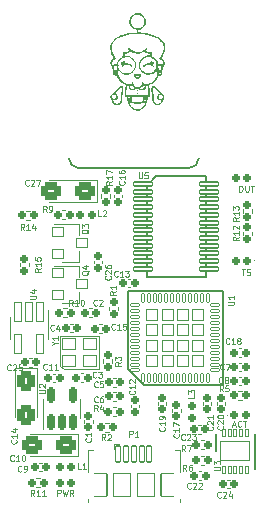
<source format=gto>
%TF.GenerationSoftware,KiCad,Pcbnew,6.0.6*%
%TF.CreationDate,2022-08-23T18:22:02-07:00*%
%TF.ProjectId,SDWire,53445769-7265-42e6-9b69-6361645f7063,1.4 r1*%
%TF.SameCoordinates,Original*%
%TF.FileFunction,Legend,Top*%
%TF.FilePolarity,Positive*%
%FSLAX46Y46*%
G04 Gerber Fmt 4.6, Leading zero omitted, Abs format (unit mm)*
G04 Created by KiCad (PCBNEW 6.0.6) date 2022-08-23 18:22:02*
%MOMM*%
%LPD*%
G01*
G04 APERTURE LIST*
G04 Aperture macros list*
%AMRoundRect*
0 Rectangle with rounded corners*
0 $1 Rounding radius*
0 $2 $3 $4 $5 $6 $7 $8 $9 X,Y pos of 4 corners*
0 Add a 4 corners polygon primitive as box body*
4,1,4,$2,$3,$4,$5,$6,$7,$8,$9,$2,$3,0*
0 Add four circle primitives for the rounded corners*
1,1,$1+$1,$2,$3*
1,1,$1+$1,$4,$5*
1,1,$1+$1,$6,$7*
1,1,$1+$1,$8,$9*
0 Add four rect primitives between the rounded corners*
20,1,$1+$1,$2,$3,$4,$5,0*
20,1,$1+$1,$4,$5,$6,$7,0*
20,1,$1+$1,$6,$7,$8,$9,0*
20,1,$1+$1,$8,$9,$2,$3,0*%
G04 Aperture macros list end*
%ADD10C,0.150000*%
%ADD11C,0.125000*%
%ADD12C,0.120000*%
%ADD13C,0.100000*%
%ADD14RoundRect,0.190000X0.170000X-0.140000X0.170000X0.140000X-0.170000X0.140000X-0.170000X-0.140000X0*%
%ADD15RoundRect,0.190000X0.140000X0.170000X-0.140000X0.170000X-0.140000X-0.170000X0.140000X-0.170000X0*%
%ADD16RoundRect,0.190000X-0.140000X-0.170000X0.140000X-0.170000X0.140000X0.170000X-0.140000X0.170000X0*%
%ADD17RoundRect,0.300000X0.537500X0.425000X-0.537500X0.425000X-0.537500X-0.425000X0.537500X-0.425000X0*%
%ADD18RoundRect,0.190000X-0.170000X0.140000X-0.170000X-0.140000X0.170000X-0.140000X0.170000X0.140000X0*%
%ADD19RoundRect,0.300000X-0.425000X0.537500X-0.425000X-0.537500X0.425000X-0.537500X0.425000X0.537500X0*%
%ADD20RoundRect,0.197500X-0.147500X-0.172500X0.147500X-0.172500X0.147500X0.172500X-0.147500X0.172500X0*%
%ADD21RoundRect,0.050000X-0.400000X-1.450000X0.400000X-1.450000X0.400000X1.450000X-0.400000X1.450000X0*%
%ADD22RoundRect,0.050000X-0.400000X-1.600000X0.400000X-1.600000X0.400000X1.600000X-0.400000X1.600000X0*%
%ADD23RoundRect,0.050000X-0.200000X-0.675000X0.200000X-0.675000X0.200000X0.675000X-0.200000X0.675000X0*%
%ADD24RoundRect,0.050000X-0.600000X-0.950000X0.600000X-0.950000X0.600000X0.950000X-0.600000X0.950000X0*%
%ADD25C,1.550000*%
%ADD26O,1.300000X2.000000*%
%ADD27RoundRect,0.050000X-0.750000X-0.950000X0.750000X-0.950000X0.750000X0.950000X-0.750000X0.950000X0*%
%ADD28RoundRect,0.050000X-0.450000X-0.400000X0.450000X-0.400000X0.450000X0.400000X-0.450000X0.400000X0*%
%ADD29RoundRect,0.185000X0.185000X-0.135000X0.185000X0.135000X-0.185000X0.135000X-0.185000X-0.135000X0*%
%ADD30RoundRect,0.185000X-0.135000X-0.185000X0.135000X-0.185000X0.135000X0.185000X-0.135000X0.185000X0*%
%ADD31RoundRect,0.185000X-0.185000X0.135000X-0.185000X-0.135000X0.185000X-0.135000X0.185000X0.135000X0*%
%ADD32RoundRect,0.185000X0.135000X0.185000X-0.135000X0.185000X-0.135000X-0.185000X0.135000X-0.185000X0*%
%ADD33RoundRect,0.050000X0.125000X-0.350000X0.125000X0.350000X-0.125000X0.350000X-0.125000X-0.350000X0*%
%ADD34RoundRect,0.050000X0.350000X0.125000X-0.350000X0.125000X-0.350000X-0.125000X0.350000X-0.125000X0*%
%ADD35RoundRect,0.050000X0.500000X-0.500000X0.500000X0.500000X-0.500000X0.500000X-0.500000X-0.500000X0*%
%ADD36RoundRect,0.050000X0.150000X-0.325000X0.150000X0.325000X-0.150000X0.325000X-0.150000X-0.325000X0*%
%ADD37RoundRect,0.050000X1.240000X-0.775000X1.240000X0.775000X-1.240000X0.775000X-1.240000X-0.775000X0*%
%ADD38RoundRect,0.050000X-0.325000X0.780000X-0.325000X-0.780000X0.325000X-0.780000X0.325000X0.780000X0*%
%ADD39RoundRect,0.050000X-0.800000X0.175000X-0.800000X-0.175000X0.800000X-0.175000X0.800000X0.175000X0*%
%ADD40RoundRect,0.200000X0.150000X-0.512500X0.150000X0.512500X-0.150000X0.512500X-0.150000X-0.512500X0*%
%ADD41RoundRect,0.197500X0.147500X0.172500X-0.147500X0.172500X-0.147500X-0.172500X0.147500X-0.172500X0*%
%ADD42RoundRect,0.050000X-0.575000X-0.500000X0.575000X-0.500000X0.575000X0.500000X-0.575000X0.500000X0*%
%ADD43RoundRect,0.197500X0.172500X-0.147500X0.172500X0.147500X-0.172500X0.147500X-0.172500X-0.147500X0*%
G04 APERTURE END LIST*
D10*
X151895000Y-104750000D02*
G75*
G03*
X152695000Y-103950000I0J800000D01*
G01*
X141700000Y-103950000D02*
G75*
G03*
X142500000Y-104750000I800000J0D01*
G01*
X142500000Y-104750000D02*
X151895000Y-104750000D01*
D11*
X143546171Y-127642133D02*
X143569980Y-127665942D01*
X143593790Y-127737371D01*
X143593790Y-127784990D01*
X143569980Y-127856419D01*
X143522361Y-127904038D01*
X143474742Y-127927847D01*
X143379504Y-127951657D01*
X143308076Y-127951657D01*
X143212838Y-127927847D01*
X143165219Y-127904038D01*
X143117600Y-127856419D01*
X143093790Y-127784990D01*
X143093790Y-127737371D01*
X143117600Y-127665942D01*
X143141409Y-127642133D01*
X143593790Y-127165942D02*
X143593790Y-127451657D01*
X143593790Y-127308800D02*
X143093790Y-127308800D01*
X143165219Y-127356419D01*
X143212838Y-127404038D01*
X143236647Y-127451657D01*
X144087066Y-116358171D02*
X144063257Y-116381980D01*
X143991828Y-116405790D01*
X143944209Y-116405790D01*
X143872780Y-116381980D01*
X143825161Y-116334361D01*
X143801352Y-116286742D01*
X143777542Y-116191504D01*
X143777542Y-116120076D01*
X143801352Y-116024838D01*
X143825161Y-115977219D01*
X143872780Y-115929600D01*
X143944209Y-115905790D01*
X143991828Y-115905790D01*
X144063257Y-115929600D01*
X144087066Y-115953409D01*
X144277542Y-115953409D02*
X144301352Y-115929600D01*
X144348971Y-115905790D01*
X144468019Y-115905790D01*
X144515638Y-115929600D01*
X144539447Y-115953409D01*
X144563257Y-116001028D01*
X144563257Y-116048647D01*
X144539447Y-116120076D01*
X144253733Y-116405790D01*
X144563257Y-116405790D01*
X144036266Y-122454171D02*
X144012457Y-122477980D01*
X143941028Y-122501790D01*
X143893409Y-122501790D01*
X143821980Y-122477980D01*
X143774361Y-122430361D01*
X143750552Y-122382742D01*
X143726742Y-122287504D01*
X143726742Y-122216076D01*
X143750552Y-122120838D01*
X143774361Y-122073219D01*
X143821980Y-122025600D01*
X143893409Y-122001790D01*
X143941028Y-122001790D01*
X144012457Y-122025600D01*
X144036266Y-122049409D01*
X144202933Y-122001790D02*
X144512457Y-122001790D01*
X144345790Y-122192266D01*
X144417219Y-122192266D01*
X144464838Y-122216076D01*
X144488647Y-122239885D01*
X144512457Y-122287504D01*
X144512457Y-122406552D01*
X144488647Y-122454171D01*
X144464838Y-122477980D01*
X144417219Y-122501790D01*
X144274361Y-122501790D01*
X144226742Y-122477980D01*
X144202933Y-122454171D01*
X140429466Y-118491771D02*
X140405657Y-118515580D01*
X140334228Y-118539390D01*
X140286609Y-118539390D01*
X140215180Y-118515580D01*
X140167561Y-118467961D01*
X140143752Y-118420342D01*
X140119942Y-118325104D01*
X140119942Y-118253676D01*
X140143752Y-118158438D01*
X140167561Y-118110819D01*
X140215180Y-118063200D01*
X140286609Y-118039390D01*
X140334228Y-118039390D01*
X140405657Y-118063200D01*
X140429466Y-118087009D01*
X140858038Y-118206057D02*
X140858038Y-118539390D01*
X140738990Y-118015580D02*
X140619942Y-118372723D01*
X140929466Y-118372723D01*
X144137866Y-123266971D02*
X144114057Y-123290780D01*
X144042628Y-123314590D01*
X143995009Y-123314590D01*
X143923580Y-123290780D01*
X143875961Y-123243161D01*
X143852152Y-123195542D01*
X143828342Y-123100304D01*
X143828342Y-123028876D01*
X143852152Y-122933638D01*
X143875961Y-122886019D01*
X143923580Y-122838400D01*
X143995009Y-122814590D01*
X144042628Y-122814590D01*
X144114057Y-122838400D01*
X144137866Y-122862209D01*
X144590247Y-122814590D02*
X144352152Y-122814590D01*
X144328342Y-123052685D01*
X144352152Y-123028876D01*
X144399771Y-123005066D01*
X144518819Y-123005066D01*
X144566438Y-123028876D01*
X144590247Y-123052685D01*
X144614057Y-123100304D01*
X144614057Y-123219352D01*
X144590247Y-123266971D01*
X144566438Y-123290780D01*
X144518819Y-123314590D01*
X144399771Y-123314590D01*
X144352152Y-123290780D01*
X144328342Y-123266971D01*
X154805866Y-121793771D02*
X154782057Y-121817580D01*
X154710628Y-121841390D01*
X154663009Y-121841390D01*
X154591580Y-121817580D01*
X154543961Y-121769961D01*
X154520152Y-121722342D01*
X154496342Y-121627104D01*
X154496342Y-121555676D01*
X154520152Y-121460438D01*
X154543961Y-121412819D01*
X154591580Y-121365200D01*
X154663009Y-121341390D01*
X154710628Y-121341390D01*
X154782057Y-121365200D01*
X154805866Y-121389009D01*
X154972533Y-121341390D02*
X155305866Y-121341390D01*
X155091580Y-121841390D01*
X154704266Y-122911371D02*
X154680457Y-122935180D01*
X154609028Y-122958990D01*
X154561409Y-122958990D01*
X154489980Y-122935180D01*
X154442361Y-122887561D01*
X154418552Y-122839942D01*
X154394742Y-122744704D01*
X154394742Y-122673276D01*
X154418552Y-122578038D01*
X154442361Y-122530419D01*
X154489980Y-122482800D01*
X154561409Y-122458990D01*
X154609028Y-122458990D01*
X154680457Y-122482800D01*
X154704266Y-122506609D01*
X154989980Y-122673276D02*
X154942361Y-122649466D01*
X154918552Y-122625657D01*
X154894742Y-122578038D01*
X154894742Y-122554228D01*
X154918552Y-122506609D01*
X154942361Y-122482800D01*
X154989980Y-122458990D01*
X155085219Y-122458990D01*
X155132838Y-122482800D01*
X155156647Y-122506609D01*
X155180457Y-122554228D01*
X155180457Y-122578038D01*
X155156647Y-122625657D01*
X155132838Y-122649466D01*
X155085219Y-122673276D01*
X154989980Y-122673276D01*
X154942361Y-122697085D01*
X154918552Y-122720895D01*
X154894742Y-122768514D01*
X154894742Y-122863752D01*
X154918552Y-122911371D01*
X154942361Y-122935180D01*
X154989980Y-122958990D01*
X155085219Y-122958990D01*
X155132838Y-122935180D01*
X155156647Y-122911371D01*
X155180457Y-122863752D01*
X155180457Y-122768514D01*
X155156647Y-122720895D01*
X155132838Y-122697085D01*
X155085219Y-122673276D01*
X137041771Y-129515371D02*
X137017961Y-129539180D01*
X136946533Y-129562990D01*
X136898914Y-129562990D01*
X136827485Y-129539180D01*
X136779866Y-129491561D01*
X136756057Y-129443942D01*
X136732247Y-129348704D01*
X136732247Y-129277276D01*
X136756057Y-129182038D01*
X136779866Y-129134419D01*
X136827485Y-129086800D01*
X136898914Y-129062990D01*
X136946533Y-129062990D01*
X137017961Y-129086800D01*
X137041771Y-129110609D01*
X137517961Y-129562990D02*
X137232247Y-129562990D01*
X137375104Y-129562990D02*
X137375104Y-129062990D01*
X137327485Y-129134419D01*
X137279866Y-129182038D01*
X137232247Y-129205847D01*
X137827485Y-129062990D02*
X137875104Y-129062990D01*
X137922723Y-129086800D01*
X137946533Y-129110609D01*
X137970342Y-129158228D01*
X137994152Y-129253466D01*
X137994152Y-129372514D01*
X137970342Y-129467752D01*
X137946533Y-129515371D01*
X137922723Y-129539180D01*
X137875104Y-129562990D01*
X137827485Y-129562990D01*
X137779866Y-129539180D01*
X137756057Y-129515371D01*
X137732247Y-129467752D01*
X137708438Y-129372514D01*
X137708438Y-129253466D01*
X137732247Y-129158228D01*
X137756057Y-129110609D01*
X137779866Y-129086800D01*
X137827485Y-129062990D01*
X139835771Y-121779445D02*
X139811961Y-121803254D01*
X139740533Y-121827064D01*
X139692914Y-121827064D01*
X139621485Y-121803254D01*
X139573866Y-121755635D01*
X139550057Y-121708016D01*
X139526247Y-121612778D01*
X139526247Y-121541350D01*
X139550057Y-121446112D01*
X139573866Y-121398493D01*
X139621485Y-121350874D01*
X139692914Y-121327064D01*
X139740533Y-121327064D01*
X139811961Y-121350874D01*
X139835771Y-121374683D01*
X140311961Y-121827064D02*
X140026247Y-121827064D01*
X140169104Y-121827064D02*
X140169104Y-121327064D01*
X140121485Y-121398493D01*
X140073866Y-121446112D01*
X140026247Y-121469921D01*
X140788152Y-121827064D02*
X140502438Y-121827064D01*
X140645295Y-121827064D02*
X140645295Y-121327064D01*
X140597676Y-121398493D01*
X140550057Y-121446112D01*
X140502438Y-121469921D01*
X147244571Y-123613028D02*
X147268380Y-123636838D01*
X147292190Y-123708266D01*
X147292190Y-123755885D01*
X147268380Y-123827314D01*
X147220761Y-123874933D01*
X147173142Y-123898742D01*
X147077904Y-123922552D01*
X147006476Y-123922552D01*
X146911238Y-123898742D01*
X146863619Y-123874933D01*
X146816000Y-123827314D01*
X146792190Y-123755885D01*
X146792190Y-123708266D01*
X146816000Y-123636838D01*
X146839809Y-123613028D01*
X147292190Y-123136838D02*
X147292190Y-123422552D01*
X147292190Y-123279695D02*
X146792190Y-123279695D01*
X146863619Y-123327314D01*
X146911238Y-123374933D01*
X146935047Y-123422552D01*
X146839809Y-122946361D02*
X146816000Y-122922552D01*
X146792190Y-122874933D01*
X146792190Y-122755885D01*
X146816000Y-122708266D01*
X146839809Y-122684457D01*
X146887428Y-122660647D01*
X146935047Y-122660647D01*
X147006476Y-122684457D01*
X147292190Y-122970171D01*
X147292190Y-122660647D01*
X145830171Y-113919771D02*
X145806361Y-113943580D01*
X145734933Y-113967390D01*
X145687314Y-113967390D01*
X145615885Y-113943580D01*
X145568266Y-113895961D01*
X145544457Y-113848342D01*
X145520647Y-113753104D01*
X145520647Y-113681676D01*
X145544457Y-113586438D01*
X145568266Y-113538819D01*
X145615885Y-113491200D01*
X145687314Y-113467390D01*
X145734933Y-113467390D01*
X145806361Y-113491200D01*
X145830171Y-113515009D01*
X146306361Y-113967390D02*
X146020647Y-113967390D01*
X146163504Y-113967390D02*
X146163504Y-113467390D01*
X146115885Y-113538819D01*
X146068266Y-113586438D01*
X146020647Y-113610247D01*
X146473028Y-113467390D02*
X146782552Y-113467390D01*
X146615885Y-113657866D01*
X146687314Y-113657866D01*
X146734933Y-113681676D01*
X146758742Y-113705485D01*
X146782552Y-113753104D01*
X146782552Y-113872152D01*
X146758742Y-113919771D01*
X146734933Y-113943580D01*
X146687314Y-113967390D01*
X146544457Y-113967390D01*
X146496838Y-113943580D01*
X146473028Y-113919771D01*
X137236971Y-127778628D02*
X137260780Y-127802438D01*
X137284590Y-127873866D01*
X137284590Y-127921485D01*
X137260780Y-127992914D01*
X137213161Y-128040533D01*
X137165542Y-128064342D01*
X137070304Y-128088152D01*
X136998876Y-128088152D01*
X136903638Y-128064342D01*
X136856019Y-128040533D01*
X136808400Y-127992914D01*
X136784590Y-127921485D01*
X136784590Y-127873866D01*
X136808400Y-127802438D01*
X136832209Y-127778628D01*
X137284590Y-127302438D02*
X137284590Y-127588152D01*
X137284590Y-127445295D02*
X136784590Y-127445295D01*
X136856019Y-127492914D01*
X136903638Y-127540533D01*
X136927447Y-127588152D01*
X136951257Y-126873866D02*
X137284590Y-126873866D01*
X136760780Y-126992914D02*
X137117923Y-127111961D01*
X137117923Y-126802438D01*
X145600571Y-118403371D02*
X145576761Y-118427180D01*
X145505333Y-118450990D01*
X145457714Y-118450990D01*
X145386285Y-118427180D01*
X145338666Y-118379561D01*
X145314857Y-118331942D01*
X145291047Y-118236704D01*
X145291047Y-118165276D01*
X145314857Y-118070038D01*
X145338666Y-118022419D01*
X145386285Y-117974800D01*
X145457714Y-117950990D01*
X145505333Y-117950990D01*
X145576761Y-117974800D01*
X145600571Y-117998609D01*
X146076761Y-118450990D02*
X145791047Y-118450990D01*
X145933904Y-118450990D02*
X145933904Y-117950990D01*
X145886285Y-118022419D01*
X145838666Y-118070038D01*
X145791047Y-118093847D01*
X146529142Y-117950990D02*
X146291047Y-117950990D01*
X146267238Y-118189085D01*
X146291047Y-118165276D01*
X146338666Y-118141466D01*
X146457714Y-118141466D01*
X146505333Y-118165276D01*
X146529142Y-118189085D01*
X146552952Y-118236704D01*
X146552952Y-118355752D01*
X146529142Y-118403371D01*
X146505333Y-118427180D01*
X146457714Y-118450990D01*
X146338666Y-118450990D01*
X146291047Y-118427180D01*
X146267238Y-118403371D01*
X151003771Y-127270628D02*
X151027580Y-127294438D01*
X151051390Y-127365866D01*
X151051390Y-127413485D01*
X151027580Y-127484914D01*
X150979961Y-127532533D01*
X150932342Y-127556342D01*
X150837104Y-127580152D01*
X150765676Y-127580152D01*
X150670438Y-127556342D01*
X150622819Y-127532533D01*
X150575200Y-127484914D01*
X150551390Y-127413485D01*
X150551390Y-127365866D01*
X150575200Y-127294438D01*
X150599009Y-127270628D01*
X151051390Y-126794438D02*
X151051390Y-127080152D01*
X151051390Y-126937295D02*
X150551390Y-126937295D01*
X150622819Y-126984914D01*
X150670438Y-127032533D01*
X150694247Y-127080152D01*
X150551390Y-126627771D02*
X150551390Y-126294438D01*
X151051390Y-126508723D01*
X155278971Y-119609371D02*
X155255161Y-119633180D01*
X155183733Y-119656990D01*
X155136114Y-119656990D01*
X155064685Y-119633180D01*
X155017066Y-119585561D01*
X154993257Y-119537942D01*
X154969447Y-119442704D01*
X154969447Y-119371276D01*
X154993257Y-119276038D01*
X155017066Y-119228419D01*
X155064685Y-119180800D01*
X155136114Y-119156990D01*
X155183733Y-119156990D01*
X155255161Y-119180800D01*
X155278971Y-119204609D01*
X155755161Y-119656990D02*
X155469447Y-119656990D01*
X155612304Y-119656990D02*
X155612304Y-119156990D01*
X155564685Y-119228419D01*
X155517066Y-119276038D01*
X155469447Y-119299847D01*
X156040876Y-119371276D02*
X155993257Y-119347466D01*
X155969447Y-119323657D01*
X155945638Y-119276038D01*
X155945638Y-119252228D01*
X155969447Y-119204609D01*
X155993257Y-119180800D01*
X156040876Y-119156990D01*
X156136114Y-119156990D01*
X156183733Y-119180800D01*
X156207542Y-119204609D01*
X156231352Y-119252228D01*
X156231352Y-119276038D01*
X156207542Y-119323657D01*
X156183733Y-119347466D01*
X156136114Y-119371276D01*
X156040876Y-119371276D01*
X155993257Y-119395085D01*
X155969447Y-119418895D01*
X155945638Y-119466514D01*
X155945638Y-119561752D01*
X155969447Y-119609371D01*
X155993257Y-119633180D01*
X156040876Y-119656990D01*
X156136114Y-119656990D01*
X156183733Y-119633180D01*
X156207542Y-119609371D01*
X156231352Y-119561752D01*
X156231352Y-119466514D01*
X156207542Y-119418895D01*
X156183733Y-119395085D01*
X156136114Y-119371276D01*
X154712171Y-126610228D02*
X154735980Y-126634038D01*
X154759790Y-126705466D01*
X154759790Y-126753085D01*
X154735980Y-126824514D01*
X154688361Y-126872133D01*
X154640742Y-126895942D01*
X154545504Y-126919752D01*
X154474076Y-126919752D01*
X154378838Y-126895942D01*
X154331219Y-126872133D01*
X154283600Y-126824514D01*
X154259790Y-126753085D01*
X154259790Y-126705466D01*
X154283600Y-126634038D01*
X154307409Y-126610228D01*
X154307409Y-126419752D02*
X154283600Y-126395942D01*
X154259790Y-126348323D01*
X154259790Y-126229276D01*
X154283600Y-126181657D01*
X154307409Y-126157847D01*
X154355028Y-126134038D01*
X154402647Y-126134038D01*
X154474076Y-126157847D01*
X154759790Y-126443561D01*
X154759790Y-126134038D01*
X154259790Y-125824514D02*
X154259790Y-125776895D01*
X154283600Y-125729276D01*
X154307409Y-125705466D01*
X154355028Y-125681657D01*
X154450266Y-125657847D01*
X154569314Y-125657847D01*
X154664552Y-125681657D01*
X154712171Y-125705466D01*
X154735980Y-125729276D01*
X154759790Y-125776895D01*
X154759790Y-125824514D01*
X154735980Y-125872133D01*
X154712171Y-125895942D01*
X154664552Y-125919752D01*
X154569314Y-125943561D01*
X154450266Y-125943561D01*
X154355028Y-125919752D01*
X154307409Y-125895942D01*
X154283600Y-125872133D01*
X154259790Y-125824514D01*
X153848571Y-126661028D02*
X153872380Y-126684838D01*
X153896190Y-126756266D01*
X153896190Y-126803885D01*
X153872380Y-126875314D01*
X153824761Y-126922933D01*
X153777142Y-126946742D01*
X153681904Y-126970552D01*
X153610476Y-126970552D01*
X153515238Y-126946742D01*
X153467619Y-126922933D01*
X153420000Y-126875314D01*
X153396190Y-126803885D01*
X153396190Y-126756266D01*
X153420000Y-126684838D01*
X153443809Y-126661028D01*
X153443809Y-126470552D02*
X153420000Y-126446742D01*
X153396190Y-126399123D01*
X153396190Y-126280076D01*
X153420000Y-126232457D01*
X153443809Y-126208647D01*
X153491428Y-126184838D01*
X153539047Y-126184838D01*
X153610476Y-126208647D01*
X153896190Y-126494361D01*
X153896190Y-126184838D01*
X153896190Y-125708647D02*
X153896190Y-125994361D01*
X153896190Y-125851504D02*
X153396190Y-125851504D01*
X153467619Y-125899123D01*
X153515238Y-125946742D01*
X153539047Y-125994361D01*
X152027771Y-131852171D02*
X152003961Y-131875980D01*
X151932533Y-131899790D01*
X151884914Y-131899790D01*
X151813485Y-131875980D01*
X151765866Y-131828361D01*
X151742057Y-131780742D01*
X151718247Y-131685504D01*
X151718247Y-131614076D01*
X151742057Y-131518838D01*
X151765866Y-131471219D01*
X151813485Y-131423600D01*
X151884914Y-131399790D01*
X151932533Y-131399790D01*
X152003961Y-131423600D01*
X152027771Y-131447409D01*
X152218247Y-131447409D02*
X152242057Y-131423600D01*
X152289676Y-131399790D01*
X152408723Y-131399790D01*
X152456342Y-131423600D01*
X152480152Y-131447409D01*
X152503961Y-131495028D01*
X152503961Y-131542647D01*
X152480152Y-131614076D01*
X152194438Y-131899790D01*
X152503961Y-131899790D01*
X152694438Y-131447409D02*
X152718247Y-131423600D01*
X152765866Y-131399790D01*
X152884914Y-131399790D01*
X152932533Y-131423600D01*
X152956342Y-131447409D01*
X152980152Y-131495028D01*
X152980152Y-131542647D01*
X152956342Y-131614076D01*
X152670628Y-131899790D01*
X152980152Y-131899790D01*
X151519771Y-127737371D02*
X151495961Y-127761180D01*
X151424533Y-127784990D01*
X151376914Y-127784990D01*
X151305485Y-127761180D01*
X151257866Y-127713561D01*
X151234057Y-127665942D01*
X151210247Y-127570704D01*
X151210247Y-127499276D01*
X151234057Y-127404038D01*
X151257866Y-127356419D01*
X151305485Y-127308800D01*
X151376914Y-127284990D01*
X151424533Y-127284990D01*
X151495961Y-127308800D01*
X151519771Y-127332609D01*
X151710247Y-127332609D02*
X151734057Y-127308800D01*
X151781676Y-127284990D01*
X151900723Y-127284990D01*
X151948342Y-127308800D01*
X151972152Y-127332609D01*
X151995961Y-127380228D01*
X151995961Y-127427847D01*
X151972152Y-127499276D01*
X151686438Y-127784990D01*
X151995961Y-127784990D01*
X152162628Y-127284990D02*
X152472152Y-127284990D01*
X152305485Y-127475466D01*
X152376914Y-127475466D01*
X152424533Y-127499276D01*
X152448342Y-127523085D01*
X152472152Y-127570704D01*
X152472152Y-127689752D01*
X152448342Y-127737371D01*
X152424533Y-127761180D01*
X152376914Y-127784990D01*
X152234057Y-127784990D01*
X152186438Y-127761180D01*
X152162628Y-127737371D01*
X154567771Y-132614171D02*
X154543961Y-132637980D01*
X154472533Y-132661790D01*
X154424914Y-132661790D01*
X154353485Y-132637980D01*
X154305866Y-132590361D01*
X154282057Y-132542742D01*
X154258247Y-132447504D01*
X154258247Y-132376076D01*
X154282057Y-132280838D01*
X154305866Y-132233219D01*
X154353485Y-132185600D01*
X154424914Y-132161790D01*
X154472533Y-132161790D01*
X154543961Y-132185600D01*
X154567771Y-132209409D01*
X154758247Y-132209409D02*
X154782057Y-132185600D01*
X154829676Y-132161790D01*
X154948723Y-132161790D01*
X154996342Y-132185600D01*
X155020152Y-132209409D01*
X155043961Y-132257028D01*
X155043961Y-132304647D01*
X155020152Y-132376076D01*
X154734438Y-132661790D01*
X155043961Y-132661790D01*
X155472533Y-132328457D02*
X155472533Y-132661790D01*
X155353485Y-132137980D02*
X155234438Y-132495123D01*
X155543961Y-132495123D01*
X136768571Y-121846971D02*
X136744761Y-121870780D01*
X136673333Y-121894590D01*
X136625714Y-121894590D01*
X136554285Y-121870780D01*
X136506666Y-121823161D01*
X136482857Y-121775542D01*
X136459047Y-121680304D01*
X136459047Y-121608876D01*
X136482857Y-121513638D01*
X136506666Y-121466019D01*
X136554285Y-121418400D01*
X136625714Y-121394590D01*
X136673333Y-121394590D01*
X136744761Y-121418400D01*
X136768571Y-121442209D01*
X136959047Y-121442209D02*
X136982857Y-121418400D01*
X137030476Y-121394590D01*
X137149523Y-121394590D01*
X137197142Y-121418400D01*
X137220952Y-121442209D01*
X137244761Y-121489828D01*
X137244761Y-121537447D01*
X137220952Y-121608876D01*
X136935238Y-121894590D01*
X137244761Y-121894590D01*
X137697142Y-121394590D02*
X137459047Y-121394590D01*
X137435238Y-121632685D01*
X137459047Y-121608876D01*
X137506666Y-121585066D01*
X137625714Y-121585066D01*
X137673333Y-121608876D01*
X137697142Y-121632685D01*
X137720952Y-121680304D01*
X137720952Y-121799352D01*
X137697142Y-121846971D01*
X137673333Y-121870780D01*
X137625714Y-121894590D01*
X137506666Y-121894590D01*
X137459047Y-121870780D01*
X137435238Y-121846971D01*
X145212571Y-113910228D02*
X145236380Y-113934038D01*
X145260190Y-114005466D01*
X145260190Y-114053085D01*
X145236380Y-114124514D01*
X145188761Y-114172133D01*
X145141142Y-114195942D01*
X145045904Y-114219752D01*
X144974476Y-114219752D01*
X144879238Y-114195942D01*
X144831619Y-114172133D01*
X144784000Y-114124514D01*
X144760190Y-114053085D01*
X144760190Y-114005466D01*
X144784000Y-113934038D01*
X144807809Y-113910228D01*
X144807809Y-113719752D02*
X144784000Y-113695942D01*
X144760190Y-113648323D01*
X144760190Y-113529276D01*
X144784000Y-113481657D01*
X144807809Y-113457847D01*
X144855428Y-113434038D01*
X144903047Y-113434038D01*
X144974476Y-113457847D01*
X145260190Y-113743561D01*
X145260190Y-113434038D01*
X144760190Y-113005466D02*
X144760190Y-113100704D01*
X144784000Y-113148323D01*
X144807809Y-113172133D01*
X144879238Y-113219752D01*
X144974476Y-113243561D01*
X145164952Y-113243561D01*
X145212571Y-113219752D01*
X145236380Y-113195942D01*
X145260190Y-113148323D01*
X145260190Y-113053085D01*
X145236380Y-113005466D01*
X145212571Y-112981657D01*
X145164952Y-112957847D01*
X145045904Y-112957847D01*
X144998285Y-112981657D01*
X144974476Y-113005466D01*
X144950666Y-113053085D01*
X144950666Y-113148323D01*
X144974476Y-113195942D01*
X144998285Y-113219752D01*
X145045904Y-113243561D01*
X138311771Y-106198171D02*
X138287961Y-106221980D01*
X138216533Y-106245790D01*
X138168914Y-106245790D01*
X138097485Y-106221980D01*
X138049866Y-106174361D01*
X138026057Y-106126742D01*
X138002247Y-106031504D01*
X138002247Y-105960076D01*
X138026057Y-105864838D01*
X138049866Y-105817219D01*
X138097485Y-105769600D01*
X138168914Y-105745790D01*
X138216533Y-105745790D01*
X138287961Y-105769600D01*
X138311771Y-105793409D01*
X138502247Y-105793409D02*
X138526057Y-105769600D01*
X138573676Y-105745790D01*
X138692723Y-105745790D01*
X138740342Y-105769600D01*
X138764152Y-105793409D01*
X138787961Y-105841028D01*
X138787961Y-105888647D01*
X138764152Y-105960076D01*
X138478438Y-106245790D01*
X138787961Y-106245790D01*
X138954628Y-105745790D02*
X139287961Y-105745790D01*
X139073676Y-106245790D01*
X155548876Y-126524533D02*
X155786971Y-126524533D01*
X155501257Y-126667390D02*
X155667923Y-126167390D01*
X155834590Y-126667390D01*
X156286971Y-126619771D02*
X156263161Y-126643580D01*
X156191733Y-126667390D01*
X156144114Y-126667390D01*
X156072685Y-126643580D01*
X156025066Y-126595961D01*
X156001257Y-126548342D01*
X155977447Y-126453104D01*
X155977447Y-126381676D01*
X156001257Y-126286438D01*
X156025066Y-126238819D01*
X156072685Y-126191200D01*
X156144114Y-126167390D01*
X156191733Y-126167390D01*
X156263161Y-126191200D01*
X156286971Y-126215009D01*
X156429828Y-126167390D02*
X156715542Y-126167390D01*
X156572685Y-126667390D02*
X156572685Y-126167390D01*
X142715466Y-130223390D02*
X142477371Y-130223390D01*
X142477371Y-129723390D01*
X143144038Y-130223390D02*
X142858323Y-130223390D01*
X143001180Y-130223390D02*
X143001180Y-129723390D01*
X142953561Y-129794819D01*
X142905942Y-129842438D01*
X142858323Y-129866247D01*
X144442666Y-108836590D02*
X144204571Y-108836590D01*
X144204571Y-108336590D01*
X144585523Y-108384209D02*
X144609333Y-108360400D01*
X144656952Y-108336590D01*
X144776000Y-108336590D01*
X144823619Y-108360400D01*
X144847428Y-108384209D01*
X144871238Y-108431828D01*
X144871238Y-108479447D01*
X144847428Y-108550876D01*
X144561714Y-108836590D01*
X144871238Y-108836590D01*
X146830952Y-127517290D02*
X146830952Y-127017290D01*
X147021428Y-127017290D01*
X147069047Y-127041100D01*
X147092857Y-127064909D01*
X147116666Y-127112528D01*
X147116666Y-127183957D01*
X147092857Y-127231576D01*
X147069047Y-127255385D01*
X147021428Y-127279195D01*
X146830952Y-127279195D01*
X147592857Y-127517290D02*
X147307142Y-127517290D01*
X147450000Y-127517290D02*
X147450000Y-127017290D01*
X147402380Y-127088719D01*
X147354761Y-127136338D01*
X147307142Y-127160147D01*
X143373809Y-109947619D02*
X143350000Y-109995238D01*
X143302380Y-110042857D01*
X143230952Y-110114285D01*
X143207142Y-110161904D01*
X143207142Y-110209523D01*
X143326190Y-110185714D02*
X143302380Y-110233333D01*
X143254761Y-110280952D01*
X143159523Y-110304761D01*
X142992857Y-110304761D01*
X142897619Y-110280952D01*
X142850000Y-110233333D01*
X142826190Y-110185714D01*
X142826190Y-110090476D01*
X142850000Y-110042857D01*
X142897619Y-109995238D01*
X142992857Y-109971428D01*
X143159523Y-109971428D01*
X143254761Y-109995238D01*
X143302380Y-110042857D01*
X143326190Y-110090476D01*
X143326190Y-110185714D01*
X142826190Y-109804761D02*
X142826190Y-109495238D01*
X143016666Y-109661904D01*
X143016666Y-109590476D01*
X143040476Y-109542857D01*
X143064285Y-109519047D01*
X143111904Y-109495238D01*
X143230952Y-109495238D01*
X143278571Y-109519047D01*
X143302380Y-109542857D01*
X143326190Y-109590476D01*
X143326190Y-109733333D01*
X143302380Y-109780952D01*
X143278571Y-109804761D01*
X143373809Y-113447619D02*
X143350000Y-113495238D01*
X143302380Y-113542857D01*
X143230952Y-113614285D01*
X143207142Y-113661904D01*
X143207142Y-113709523D01*
X143326190Y-113685714D02*
X143302380Y-113733333D01*
X143254761Y-113780952D01*
X143159523Y-113804761D01*
X142992857Y-113804761D01*
X142897619Y-113780952D01*
X142850000Y-113733333D01*
X142826190Y-113685714D01*
X142826190Y-113590476D01*
X142850000Y-113542857D01*
X142897619Y-113495238D01*
X142992857Y-113471428D01*
X143159523Y-113471428D01*
X143254761Y-113495238D01*
X143302380Y-113542857D01*
X143326190Y-113590476D01*
X143326190Y-113685714D01*
X142992857Y-113042857D02*
X143326190Y-113042857D01*
X142802380Y-113161904D02*
X143159523Y-113280952D01*
X143159523Y-112971428D01*
X145666590Y-115196133D02*
X145428495Y-115362800D01*
X145666590Y-115481847D02*
X145166590Y-115481847D01*
X145166590Y-115291371D01*
X145190400Y-115243752D01*
X145214209Y-115219942D01*
X145261828Y-115196133D01*
X145333257Y-115196133D01*
X145380876Y-115219942D01*
X145404685Y-115243752D01*
X145428495Y-115291371D01*
X145428495Y-115481847D01*
X145666590Y-114719942D02*
X145666590Y-115005657D01*
X145666590Y-114862800D02*
X145166590Y-114862800D01*
X145238019Y-114910419D01*
X145285638Y-114958038D01*
X145309447Y-115005657D01*
X144782266Y-127780190D02*
X144615600Y-127542095D01*
X144496552Y-127780190D02*
X144496552Y-127280190D01*
X144687028Y-127280190D01*
X144734647Y-127304000D01*
X144758457Y-127327809D01*
X144782266Y-127375428D01*
X144782266Y-127446857D01*
X144758457Y-127494476D01*
X144734647Y-127518285D01*
X144687028Y-127542095D01*
X144496552Y-127542095D01*
X144972742Y-127327809D02*
X144996552Y-127304000D01*
X145044171Y-127280190D01*
X145163219Y-127280190D01*
X145210838Y-127304000D01*
X145234647Y-127327809D01*
X145258457Y-127375428D01*
X145258457Y-127423047D01*
X145234647Y-127494476D01*
X144948933Y-127780190D01*
X145258457Y-127780190D01*
X146106990Y-121196133D02*
X145868895Y-121362800D01*
X146106990Y-121481847D02*
X145606990Y-121481847D01*
X145606990Y-121291371D01*
X145630800Y-121243752D01*
X145654609Y-121219942D01*
X145702228Y-121196133D01*
X145773657Y-121196133D01*
X145821276Y-121219942D01*
X145845085Y-121243752D01*
X145868895Y-121291371D01*
X145868895Y-121481847D01*
X145606990Y-121029466D02*
X145606990Y-120719942D01*
X145797466Y-120886609D01*
X145797466Y-120815180D01*
X145821276Y-120767561D01*
X145845085Y-120743752D01*
X145892704Y-120719942D01*
X146011752Y-120719942D01*
X146059371Y-120743752D01*
X146083180Y-120767561D01*
X146106990Y-120815180D01*
X146106990Y-120958038D01*
X146083180Y-121005657D01*
X146059371Y-121029466D01*
X144137866Y-125346590D02*
X143971200Y-125108495D01*
X143852152Y-125346590D02*
X143852152Y-124846590D01*
X144042628Y-124846590D01*
X144090247Y-124870400D01*
X144114057Y-124894209D01*
X144137866Y-124941828D01*
X144137866Y-125013257D01*
X144114057Y-125060876D01*
X144090247Y-125084685D01*
X144042628Y-125108495D01*
X143852152Y-125108495D01*
X144566438Y-125013257D02*
X144566438Y-125346590D01*
X144447390Y-124822780D02*
X144328342Y-125179923D01*
X144637866Y-125179923D01*
X154755066Y-123670190D02*
X154588400Y-123432095D01*
X154469352Y-123670190D02*
X154469352Y-123170190D01*
X154659828Y-123170190D01*
X154707447Y-123194000D01*
X154731257Y-123217809D01*
X154755066Y-123265428D01*
X154755066Y-123336857D01*
X154731257Y-123384476D01*
X154707447Y-123408285D01*
X154659828Y-123432095D01*
X154469352Y-123432095D01*
X155207447Y-123170190D02*
X154969352Y-123170190D01*
X154945542Y-123408285D01*
X154969352Y-123384476D01*
X155016971Y-123360666D01*
X155136019Y-123360666D01*
X155183638Y-123384476D01*
X155207447Y-123408285D01*
X155231257Y-123455904D01*
X155231257Y-123574952D01*
X155207447Y-123622571D01*
X155183638Y-123646380D01*
X155136019Y-123670190D01*
X155016971Y-123670190D01*
X154969352Y-123646380D01*
X154945542Y-123622571D01*
X151656266Y-130375790D02*
X151489600Y-130137695D01*
X151370552Y-130375790D02*
X151370552Y-129875790D01*
X151561028Y-129875790D01*
X151608647Y-129899600D01*
X151632457Y-129923409D01*
X151656266Y-129971028D01*
X151656266Y-130042457D01*
X151632457Y-130090076D01*
X151608647Y-130113885D01*
X151561028Y-130137695D01*
X151370552Y-130137695D01*
X152084838Y-129875790D02*
X151989600Y-129875790D01*
X151941980Y-129899600D01*
X151918171Y-129923409D01*
X151870552Y-129994838D01*
X151846742Y-130090076D01*
X151846742Y-130280552D01*
X151870552Y-130328171D01*
X151894361Y-130351980D01*
X151941980Y-130375790D01*
X152037219Y-130375790D01*
X152084838Y-130351980D01*
X152108647Y-130328171D01*
X152132457Y-130280552D01*
X152132457Y-130161504D01*
X152108647Y-130113885D01*
X152084838Y-130090076D01*
X152037219Y-130066266D01*
X151941980Y-130066266D01*
X151894361Y-130090076D01*
X151870552Y-130113885D01*
X151846742Y-130161504D01*
X151554666Y-128750190D02*
X151388000Y-128512095D01*
X151268952Y-128750190D02*
X151268952Y-128250190D01*
X151459428Y-128250190D01*
X151507047Y-128274000D01*
X151530857Y-128297809D01*
X151554666Y-128345428D01*
X151554666Y-128416857D01*
X151530857Y-128464476D01*
X151507047Y-128488285D01*
X151459428Y-128512095D01*
X151268952Y-128512095D01*
X151721333Y-128250190D02*
X152054666Y-128250190D01*
X151840380Y-128750190D01*
X139819866Y-108480990D02*
X139653200Y-108242895D01*
X139534152Y-108480990D02*
X139534152Y-107980990D01*
X139724628Y-107980990D01*
X139772247Y-108004800D01*
X139796057Y-108028609D01*
X139819866Y-108076228D01*
X139819866Y-108147657D01*
X139796057Y-108195276D01*
X139772247Y-108219085D01*
X139724628Y-108242895D01*
X139534152Y-108242895D01*
X140057961Y-108480990D02*
X140153200Y-108480990D01*
X140200819Y-108457180D01*
X140224628Y-108433371D01*
X140272247Y-108361942D01*
X140296057Y-108266704D01*
X140296057Y-108076228D01*
X140272247Y-108028609D01*
X140248438Y-108004800D01*
X140200819Y-107980990D01*
X140105580Y-107980990D01*
X140057961Y-108004800D01*
X140034152Y-108028609D01*
X140010342Y-108076228D01*
X140010342Y-108195276D01*
X140034152Y-108242895D01*
X140057961Y-108266704D01*
X140105580Y-108290514D01*
X140200819Y-108290514D01*
X140248438Y-108266704D01*
X140272247Y-108242895D01*
X140296057Y-108195276D01*
X142020171Y-116405790D02*
X141853504Y-116167695D01*
X141734457Y-116405790D02*
X141734457Y-115905790D01*
X141924933Y-115905790D01*
X141972552Y-115929600D01*
X141996361Y-115953409D01*
X142020171Y-116001028D01*
X142020171Y-116072457D01*
X141996361Y-116120076D01*
X141972552Y-116143885D01*
X141924933Y-116167695D01*
X141734457Y-116167695D01*
X142496361Y-116405790D02*
X142210647Y-116405790D01*
X142353504Y-116405790D02*
X142353504Y-115905790D01*
X142305885Y-115977219D01*
X142258266Y-116024838D01*
X142210647Y-116048647D01*
X142805885Y-115905790D02*
X142853504Y-115905790D01*
X142901123Y-115929600D01*
X142924933Y-115953409D01*
X142948742Y-116001028D01*
X142972552Y-116096266D01*
X142972552Y-116215314D01*
X142948742Y-116310552D01*
X142924933Y-116358171D01*
X142901123Y-116381980D01*
X142853504Y-116405790D01*
X142805885Y-116405790D01*
X142758266Y-116381980D01*
X142734457Y-116358171D01*
X142710647Y-116310552D01*
X142686838Y-116215314D01*
X142686838Y-116096266D01*
X142710647Y-116001028D01*
X142734457Y-115953409D01*
X142758266Y-115929600D01*
X142805885Y-115905790D01*
X155174190Y-116357352D02*
X155578952Y-116357352D01*
X155626571Y-116333542D01*
X155650380Y-116309733D01*
X155674190Y-116262114D01*
X155674190Y-116166876D01*
X155650380Y-116119257D01*
X155626571Y-116095447D01*
X155578952Y-116071638D01*
X155174190Y-116071638D01*
X155674190Y-115571638D02*
X155674190Y-115857352D01*
X155674190Y-115714495D02*
X155174190Y-115714495D01*
X155245619Y-115762114D01*
X155293238Y-115809733D01*
X155317047Y-115857352D01*
X154005790Y-130327352D02*
X154410552Y-130327352D01*
X154458171Y-130303542D01*
X154481980Y-130279733D01*
X154505790Y-130232114D01*
X154505790Y-130136876D01*
X154481980Y-130089257D01*
X154458171Y-130065447D01*
X154410552Y-130041638D01*
X154005790Y-130041638D01*
X154005790Y-129851161D02*
X154005790Y-129541638D01*
X154196266Y-129708304D01*
X154196266Y-129636876D01*
X154220076Y-129589257D01*
X154243885Y-129565447D01*
X154291504Y-129541638D01*
X154410552Y-129541638D01*
X154458171Y-129565447D01*
X154481980Y-129589257D01*
X154505790Y-129636876D01*
X154505790Y-129779733D01*
X154481980Y-129827352D01*
X154458171Y-129851161D01*
X138410190Y-115849352D02*
X138814952Y-115849352D01*
X138862571Y-115825542D01*
X138886380Y-115801733D01*
X138910190Y-115754114D01*
X138910190Y-115658876D01*
X138886380Y-115611257D01*
X138862571Y-115587447D01*
X138814952Y-115563638D01*
X138410190Y-115563638D01*
X138576857Y-115111257D02*
X138910190Y-115111257D01*
X138386380Y-115230304D02*
X138743523Y-115349352D01*
X138743523Y-115039828D01*
X147599447Y-105136190D02*
X147599447Y-105540952D01*
X147623257Y-105588571D01*
X147647066Y-105612380D01*
X147694685Y-105636190D01*
X147789923Y-105636190D01*
X147837542Y-105612380D01*
X147861352Y-105588571D01*
X147885161Y-105540952D01*
X147885161Y-105136190D01*
X148361352Y-105136190D02*
X148123257Y-105136190D01*
X148099447Y-105374285D01*
X148123257Y-105350476D01*
X148170876Y-105326666D01*
X148289923Y-105326666D01*
X148337542Y-105350476D01*
X148361352Y-105374285D01*
X148385161Y-105421904D01*
X148385161Y-105540952D01*
X148361352Y-105588571D01*
X148337542Y-105612380D01*
X148289923Y-105636190D01*
X148170876Y-105636190D01*
X148123257Y-105612380D01*
X148099447Y-105588571D01*
X139172190Y-123824952D02*
X139576952Y-123824952D01*
X139624571Y-123801142D01*
X139648380Y-123777333D01*
X139672190Y-123729714D01*
X139672190Y-123634476D01*
X139648380Y-123586857D01*
X139624571Y-123563047D01*
X139576952Y-123539238D01*
X139172190Y-123539238D01*
X139219809Y-123324952D02*
X139196000Y-123301142D01*
X139172190Y-123253523D01*
X139172190Y-123134476D01*
X139196000Y-123086857D01*
X139219809Y-123063047D01*
X139267428Y-123039238D01*
X139315047Y-123039238D01*
X139386476Y-123063047D01*
X139672190Y-123348761D01*
X139672190Y-123039238D01*
X138778571Y-132509390D02*
X138611904Y-132271295D01*
X138492857Y-132509390D02*
X138492857Y-132009390D01*
X138683333Y-132009390D01*
X138730952Y-132033200D01*
X138754761Y-132057009D01*
X138778571Y-132104628D01*
X138778571Y-132176057D01*
X138754761Y-132223676D01*
X138730952Y-132247485D01*
X138683333Y-132271295D01*
X138492857Y-132271295D01*
X139254761Y-132509390D02*
X138969047Y-132509390D01*
X139111904Y-132509390D02*
X139111904Y-132009390D01*
X139064285Y-132080819D01*
X139016666Y-132128438D01*
X138969047Y-132152247D01*
X139730952Y-132509390D02*
X139445238Y-132509390D01*
X139588095Y-132509390D02*
X139588095Y-132009390D01*
X139540476Y-132080819D01*
X139492857Y-132128438D01*
X139445238Y-132152247D01*
X156080590Y-110608228D02*
X155842495Y-110774895D01*
X156080590Y-110893942D02*
X155580590Y-110893942D01*
X155580590Y-110703466D01*
X155604400Y-110655847D01*
X155628209Y-110632038D01*
X155675828Y-110608228D01*
X155747257Y-110608228D01*
X155794876Y-110632038D01*
X155818685Y-110655847D01*
X155842495Y-110703466D01*
X155842495Y-110893942D01*
X156080590Y-110132038D02*
X156080590Y-110417752D01*
X156080590Y-110274895D02*
X155580590Y-110274895D01*
X155652019Y-110322514D01*
X155699638Y-110370133D01*
X155723447Y-110417752D01*
X155628209Y-109941561D02*
X155604400Y-109917752D01*
X155580590Y-109870133D01*
X155580590Y-109751085D01*
X155604400Y-109703466D01*
X155628209Y-109679657D01*
X155675828Y-109655847D01*
X155723447Y-109655847D01*
X155794876Y-109679657D01*
X156080590Y-109965371D01*
X156080590Y-109655847D01*
X156080590Y-108931828D02*
X155842495Y-109098495D01*
X156080590Y-109217542D02*
X155580590Y-109217542D01*
X155580590Y-109027066D01*
X155604400Y-108979447D01*
X155628209Y-108955638D01*
X155675828Y-108931828D01*
X155747257Y-108931828D01*
X155794876Y-108955638D01*
X155818685Y-108979447D01*
X155842495Y-109027066D01*
X155842495Y-109217542D01*
X156080590Y-108455638D02*
X156080590Y-108741352D01*
X156080590Y-108598495D02*
X155580590Y-108598495D01*
X155652019Y-108646114D01*
X155699638Y-108693733D01*
X155723447Y-108741352D01*
X155580590Y-108288971D02*
X155580590Y-107979447D01*
X155771066Y-108146114D01*
X155771066Y-108074685D01*
X155794876Y-108027066D01*
X155818685Y-108003257D01*
X155866304Y-107979447D01*
X155985352Y-107979447D01*
X156032971Y-108003257D01*
X156056780Y-108027066D01*
X156080590Y-108074685D01*
X156080590Y-108217542D01*
X156056780Y-108265161D01*
X156032971Y-108288971D01*
X140733333Y-132509390D02*
X140733333Y-132009390D01*
X140923809Y-132009390D01*
X140971428Y-132033200D01*
X140995238Y-132057009D01*
X141019047Y-132104628D01*
X141019047Y-132176057D01*
X140995238Y-132223676D01*
X140971428Y-132247485D01*
X140923809Y-132271295D01*
X140733333Y-132271295D01*
X141185714Y-132009390D02*
X141304761Y-132509390D01*
X141400000Y-132152247D01*
X141495238Y-132509390D01*
X141614285Y-132009390D01*
X142090476Y-132509390D02*
X141923809Y-132271295D01*
X141804761Y-132509390D02*
X141804761Y-132009390D01*
X141995238Y-132009390D01*
X142042857Y-132033200D01*
X142066666Y-132057009D01*
X142090476Y-132104628D01*
X142090476Y-132176057D01*
X142066666Y-132223676D01*
X142042857Y-132247485D01*
X141995238Y-132271295D01*
X141804761Y-132271295D01*
X156337047Y-113314990D02*
X156622761Y-113314990D01*
X156479904Y-113814990D02*
X156479904Y-113314990D01*
X156765619Y-113791180D02*
X156837047Y-113814990D01*
X156956095Y-113814990D01*
X157003714Y-113791180D01*
X157027523Y-113767371D01*
X157051333Y-113719752D01*
X157051333Y-113672133D01*
X157027523Y-113624514D01*
X157003714Y-113600704D01*
X156956095Y-113576895D01*
X156860857Y-113553085D01*
X156813238Y-113529276D01*
X156789428Y-113505466D01*
X156765619Y-113457847D01*
X156765619Y-113410228D01*
X156789428Y-113362609D01*
X156813238Y-113338800D01*
X156860857Y-113314990D01*
X156979904Y-113314990D01*
X157051333Y-113338800D01*
X156134666Y-106753790D02*
X156134666Y-106253790D01*
X156253714Y-106253790D01*
X156325142Y-106277600D01*
X156372761Y-106325219D01*
X156396571Y-106372838D01*
X156420380Y-106468076D01*
X156420380Y-106539504D01*
X156396571Y-106634742D01*
X156372761Y-106682361D01*
X156325142Y-106729980D01*
X156253714Y-106753790D01*
X156134666Y-106753790D01*
X156634666Y-106253790D02*
X156634666Y-106658552D01*
X156658476Y-106706171D01*
X156682285Y-106729980D01*
X156729904Y-106753790D01*
X156825142Y-106753790D01*
X156872761Y-106729980D01*
X156896571Y-106706171D01*
X156920380Y-106658552D01*
X156920380Y-106253790D01*
X157087047Y-106253790D02*
X157372761Y-106253790D01*
X157229904Y-106753790D02*
X157229904Y-106253790D01*
X140518095Y-119618095D02*
X140756190Y-119618095D01*
X140256190Y-119784761D02*
X140518095Y-119618095D01*
X140256190Y-119451428D01*
X140756190Y-119022857D02*
X140756190Y-119308571D01*
X140756190Y-119165714D02*
X140256190Y-119165714D01*
X140327619Y-119213333D01*
X140375238Y-119260952D01*
X140399047Y-119308571D01*
X139316190Y-113261428D02*
X139078095Y-113428095D01*
X139316190Y-113547142D02*
X138816190Y-113547142D01*
X138816190Y-113356666D01*
X138840000Y-113309047D01*
X138863809Y-113285238D01*
X138911428Y-113261428D01*
X138982857Y-113261428D01*
X139030476Y-113285238D01*
X139054285Y-113309047D01*
X139078095Y-113356666D01*
X139078095Y-113547142D01*
X139316190Y-112785238D02*
X139316190Y-113070952D01*
X139316190Y-112928095D02*
X138816190Y-112928095D01*
X138887619Y-112975714D01*
X138935238Y-113023333D01*
X138959047Y-113070952D01*
X138816190Y-112332857D02*
X138816190Y-112570952D01*
X139054285Y-112594761D01*
X139030476Y-112570952D01*
X139006666Y-112523333D01*
X139006666Y-112404285D01*
X139030476Y-112356666D01*
X139054285Y-112332857D01*
X139101904Y-112309047D01*
X139220952Y-112309047D01*
X139268571Y-112332857D01*
X139292380Y-112356666D01*
X139316190Y-112404285D01*
X139316190Y-112523333D01*
X139292380Y-112570952D01*
X139268571Y-112594761D01*
X137905371Y-110004990D02*
X137738704Y-109766895D01*
X137619657Y-110004990D02*
X137619657Y-109504990D01*
X137810133Y-109504990D01*
X137857752Y-109528800D01*
X137881561Y-109552609D01*
X137905371Y-109600228D01*
X137905371Y-109671657D01*
X137881561Y-109719276D01*
X137857752Y-109743085D01*
X137810133Y-109766895D01*
X137619657Y-109766895D01*
X138381561Y-110004990D02*
X138095847Y-110004990D01*
X138238704Y-110004990D02*
X138238704Y-109504990D01*
X138191085Y-109576419D01*
X138143466Y-109624038D01*
X138095847Y-109647847D01*
X138810133Y-109671657D02*
X138810133Y-110004990D01*
X138691085Y-109481180D02*
X138572038Y-109838323D01*
X138881561Y-109838323D01*
X152321390Y-123984533D02*
X152321390Y-124222628D01*
X151821390Y-124222628D01*
X151821390Y-123865485D02*
X151821390Y-123555961D01*
X152011866Y-123722628D01*
X152011866Y-123651200D01*
X152035676Y-123603580D01*
X152059485Y-123579771D01*
X152107104Y-123555961D01*
X152226152Y-123555961D01*
X152273771Y-123579771D01*
X152297580Y-123603580D01*
X152321390Y-123651200D01*
X152321390Y-123794057D01*
X152297580Y-123841676D01*
X152273771Y-123865485D01*
X149784571Y-126711828D02*
X149808380Y-126735638D01*
X149832190Y-126807066D01*
X149832190Y-126854685D01*
X149808380Y-126926114D01*
X149760761Y-126973733D01*
X149713142Y-126997542D01*
X149617904Y-127021352D01*
X149546476Y-127021352D01*
X149451238Y-126997542D01*
X149403619Y-126973733D01*
X149356000Y-126926114D01*
X149332190Y-126854685D01*
X149332190Y-126807066D01*
X149356000Y-126735638D01*
X149379809Y-126711828D01*
X149832190Y-126235638D02*
X149832190Y-126521352D01*
X149832190Y-126378495D02*
X149332190Y-126378495D01*
X149403619Y-126426114D01*
X149451238Y-126473733D01*
X149475047Y-126521352D01*
X149832190Y-125997542D02*
X149832190Y-125902304D01*
X149808380Y-125854685D01*
X149784571Y-125830876D01*
X149713142Y-125783257D01*
X149617904Y-125759447D01*
X149427428Y-125759447D01*
X149379809Y-125783257D01*
X149356000Y-125807066D01*
X149332190Y-125854685D01*
X149332190Y-125949923D01*
X149356000Y-125997542D01*
X149379809Y-126021352D01*
X149427428Y-126045161D01*
X149546476Y-126045161D01*
X149594095Y-126021352D01*
X149617904Y-125997542D01*
X149641714Y-125949923D01*
X149641714Y-125854685D01*
X149617904Y-125807066D01*
X149594095Y-125783257D01*
X149546476Y-125759447D01*
X144137866Y-124536971D02*
X144114057Y-124560780D01*
X144042628Y-124584590D01*
X143995009Y-124584590D01*
X143923580Y-124560780D01*
X143875961Y-124513161D01*
X143852152Y-124465542D01*
X143828342Y-124370304D01*
X143828342Y-124298876D01*
X143852152Y-124203638D01*
X143875961Y-124156019D01*
X143923580Y-124108400D01*
X143995009Y-124084590D01*
X144042628Y-124084590D01*
X144114057Y-124108400D01*
X144137866Y-124132209D01*
X144566438Y-124084590D02*
X144471200Y-124084590D01*
X144423580Y-124108400D01*
X144399771Y-124132209D01*
X144352152Y-124203638D01*
X144328342Y-124298876D01*
X144328342Y-124489352D01*
X144352152Y-124536971D01*
X144375961Y-124560780D01*
X144423580Y-124584590D01*
X144518819Y-124584590D01*
X144566438Y-124560780D01*
X144590247Y-124536971D01*
X144614057Y-124489352D01*
X144614057Y-124370304D01*
X144590247Y-124322685D01*
X144566438Y-124298876D01*
X144518819Y-124275066D01*
X144423580Y-124275066D01*
X144375961Y-124298876D01*
X144352152Y-124322685D01*
X144328342Y-124370304D01*
X137686266Y-130429771D02*
X137662457Y-130453580D01*
X137591028Y-130477390D01*
X137543409Y-130477390D01*
X137471980Y-130453580D01*
X137424361Y-130405961D01*
X137400552Y-130358342D01*
X137376742Y-130263104D01*
X137376742Y-130191676D01*
X137400552Y-130096438D01*
X137424361Y-130048819D01*
X137471980Y-130001200D01*
X137543409Y-129977390D01*
X137591028Y-129977390D01*
X137662457Y-130001200D01*
X137686266Y-130025009D01*
X137924361Y-130477390D02*
X138019600Y-130477390D01*
X138067219Y-130453580D01*
X138091028Y-130429771D01*
X138138647Y-130358342D01*
X138162457Y-130263104D01*
X138162457Y-130072628D01*
X138138647Y-130025009D01*
X138114838Y-130001200D01*
X138067219Y-129977390D01*
X137971980Y-129977390D01*
X137924361Y-130001200D01*
X137900552Y-130025009D01*
X137876742Y-130072628D01*
X137876742Y-130191676D01*
X137900552Y-130239295D01*
X137924361Y-130263104D01*
X137971980Y-130286914D01*
X138067219Y-130286914D01*
X138114838Y-130263104D01*
X138138647Y-130239295D01*
X138162457Y-130191676D01*
X146380971Y-105883828D02*
X146404780Y-105907638D01*
X146428590Y-105979066D01*
X146428590Y-106026685D01*
X146404780Y-106098114D01*
X146357161Y-106145733D01*
X146309542Y-106169542D01*
X146214304Y-106193352D01*
X146142876Y-106193352D01*
X146047638Y-106169542D01*
X146000019Y-106145733D01*
X145952400Y-106098114D01*
X145928590Y-106026685D01*
X145928590Y-105979066D01*
X145952400Y-105907638D01*
X145976209Y-105883828D01*
X146428590Y-105407638D02*
X146428590Y-105693352D01*
X146428590Y-105550495D02*
X145928590Y-105550495D01*
X146000019Y-105598114D01*
X146047638Y-105645733D01*
X146071447Y-105693352D01*
X145928590Y-104979066D02*
X145928590Y-105074304D01*
X145952400Y-105121923D01*
X145976209Y-105145733D01*
X146047638Y-105193352D01*
X146142876Y-105217161D01*
X146333352Y-105217161D01*
X146380971Y-105193352D01*
X146404780Y-105169542D01*
X146428590Y-105121923D01*
X146428590Y-105026685D01*
X146404780Y-104979066D01*
X146380971Y-104955257D01*
X146333352Y-104931447D01*
X146214304Y-104931447D01*
X146166685Y-104955257D01*
X146142876Y-104979066D01*
X146119066Y-105026685D01*
X146119066Y-105121923D01*
X146142876Y-105169542D01*
X146166685Y-105193352D01*
X146214304Y-105217161D01*
X145361790Y-105883828D02*
X145123695Y-106050495D01*
X145361790Y-106169542D02*
X144861790Y-106169542D01*
X144861790Y-105979066D01*
X144885600Y-105931447D01*
X144909409Y-105907638D01*
X144957028Y-105883828D01*
X145028457Y-105883828D01*
X145076076Y-105907638D01*
X145099885Y-105931447D01*
X145123695Y-105979066D01*
X145123695Y-106169542D01*
X145361790Y-105407638D02*
X145361790Y-105693352D01*
X145361790Y-105550495D02*
X144861790Y-105550495D01*
X144933219Y-105598114D01*
X144980838Y-105645733D01*
X145004647Y-105693352D01*
X144861790Y-105240971D02*
X144861790Y-104907638D01*
X145361790Y-105121923D01*
D12*
X142997600Y-126307836D02*
X142997600Y-126092164D01*
X143717600Y-126307836D02*
X143717600Y-126092164D01*
X143657836Y-116640000D02*
X143442164Y-116640000D01*
X143657836Y-117360000D02*
X143442164Y-117360000D01*
X142692164Y-122140000D02*
X142907836Y-122140000D01*
X142692164Y-122860000D02*
X142907836Y-122860000D01*
X142007836Y-118660000D02*
X141792164Y-118660000D01*
X142007836Y-117940000D02*
X141792164Y-117940000D01*
X145657836Y-123260000D02*
X145442164Y-123260000D01*
X145657836Y-122540000D02*
X145442164Y-122540000D01*
X156092164Y-121240000D02*
X156307836Y-121240000D01*
X156092164Y-121960000D02*
X156307836Y-121960000D01*
X156092164Y-123160000D02*
X156307836Y-123160000D01*
X156092164Y-122440000D02*
X156307836Y-122440000D01*
X142489800Y-129154200D02*
X142489800Y-127284200D01*
X142489800Y-127284200D02*
X138404800Y-127284200D01*
X138404800Y-129154200D02*
X142489800Y-129154200D01*
X140342164Y-122169600D02*
X140557836Y-122169600D01*
X140342164Y-122889600D02*
X140557836Y-122889600D01*
X146940000Y-124792164D02*
X146940000Y-125007836D01*
X147660000Y-124792164D02*
X147660000Y-125007836D01*
X146907836Y-114140000D02*
X146692164Y-114140000D01*
X146907836Y-114860000D02*
X146692164Y-114860000D01*
X138982300Y-125819726D02*
X138982300Y-121734726D01*
X138982300Y-121734726D02*
X137112300Y-121734726D01*
X137112300Y-121734726D02*
X137112300Y-125819726D01*
X144481436Y-118724000D02*
X144265764Y-118724000D01*
X144481436Y-118004000D02*
X144265764Y-118004000D01*
X150440000Y-125192164D02*
X150440000Y-125407836D01*
X151160000Y-125192164D02*
X151160000Y-125407836D01*
X156092164Y-120760000D02*
X156307836Y-120760000D01*
X156092164Y-120040000D02*
X156307836Y-120040000D01*
X154960000Y-124807836D02*
X154960000Y-124592164D01*
X154240000Y-124807836D02*
X154240000Y-124592164D01*
X153760000Y-124807836D02*
X153760000Y-124592164D01*
X153040000Y-124807836D02*
X153040000Y-124592164D01*
X152692164Y-131160000D02*
X152907836Y-131160000D01*
X152692164Y-130440000D02*
X152907836Y-130440000D01*
X152642164Y-126540000D02*
X152857836Y-126540000D01*
X152642164Y-127260000D02*
X152857836Y-127260000D01*
X155307836Y-131860000D02*
X155092164Y-131860000D01*
X155307836Y-131140000D02*
X155092164Y-131140000D01*
X138537836Y-121568800D02*
X138322164Y-121568800D01*
X138537836Y-120848800D02*
X138322164Y-120848800D01*
X144505000Y-112617364D02*
X144505000Y-112833036D01*
X143785000Y-112617364D02*
X143785000Y-112833036D01*
X144085000Y-107635000D02*
X144085000Y-105765000D01*
X144085000Y-105765000D02*
X140000000Y-105765000D01*
X140000000Y-107635000D02*
X144085000Y-107635000D01*
D13*
X155160000Y-125679200D02*
G75*
G03*
X155160000Y-125679200I-50000J0D01*
G01*
D12*
X145500000Y-128091100D02*
X145950000Y-128091100D01*
X151100000Y-130491100D02*
X151100000Y-128641100D01*
X151100000Y-128641100D02*
X150650000Y-128641100D01*
X151100000Y-133041100D02*
X151100000Y-132791100D01*
X143300000Y-128641100D02*
X143750000Y-128641100D01*
X143300000Y-133041100D02*
X143300000Y-132791100D01*
X145500000Y-128091100D02*
X145500000Y-128541100D01*
X143300000Y-130491100D02*
X143300000Y-128641100D01*
X142560000Y-109520000D02*
X140400000Y-109520000D01*
X142560000Y-112680000D02*
X141100000Y-112680000D01*
X142560000Y-109520000D02*
X142560000Y-110450000D01*
X142560000Y-112680000D02*
X142560000Y-111750000D01*
X142560000Y-116180000D02*
X142560000Y-115250000D01*
X142560000Y-113020000D02*
X142560000Y-113950000D01*
X142560000Y-113020000D02*
X140400000Y-113020000D01*
X142560000Y-116180000D02*
X141100000Y-116180000D01*
X145120000Y-116803641D02*
X145120000Y-116496359D01*
X145880000Y-116803641D02*
X145880000Y-116496359D01*
X144778759Y-127075200D02*
X145086041Y-127075200D01*
X144778759Y-126315200D02*
X145086041Y-126315200D01*
X145363200Y-120953559D02*
X145363200Y-121260841D01*
X144603200Y-120953559D02*
X144603200Y-121260841D01*
X145703641Y-125020000D02*
X145396359Y-125020000D01*
X145703641Y-125780000D02*
X145396359Y-125780000D01*
X156046359Y-124380000D02*
X156353641Y-124380000D01*
X156046359Y-123620000D02*
X156353641Y-123620000D01*
X153153641Y-129120000D02*
X152846359Y-129120000D01*
X153153641Y-129880000D02*
X152846359Y-129880000D01*
X153153641Y-128580000D02*
X152846359Y-128580000D01*
X153153641Y-127820000D02*
X152846359Y-127820000D01*
X141096359Y-109080000D02*
X141403641Y-109080000D01*
X141096359Y-108320000D02*
X141403641Y-108320000D01*
X141196359Y-116620000D02*
X141503641Y-116620000D01*
X141196359Y-117380000D02*
X141503641Y-117380000D01*
D10*
X146700000Y-115150000D02*
X146700000Y-121800000D01*
X154750000Y-123150000D02*
X148050000Y-123150000D01*
X154750000Y-115150000D02*
X154750000Y-123150000D01*
X146700000Y-115150000D02*
X154750000Y-115150000D01*
X148050000Y-123150000D02*
X146700000Y-121800000D01*
X154150000Y-128750000D02*
X154150000Y-127250000D01*
X157450000Y-130250000D02*
X157450000Y-127250000D01*
D12*
X136690000Y-117400000D02*
X136690000Y-119200000D01*
X139910000Y-119200000D02*
X139910000Y-116750000D01*
D10*
X153300000Y-105450000D02*
X153300000Y-113950000D01*
X153300000Y-113950000D02*
X148300000Y-113950000D01*
X148300000Y-113950000D02*
X148300000Y-106250000D01*
X148300000Y-106250000D02*
X149100000Y-105450000D01*
X149100000Y-105450000D02*
X153300000Y-105450000D01*
D12*
X139537300Y-125094726D02*
X139537300Y-126894726D01*
X142657300Y-125094726D02*
X142657300Y-124294726D01*
X139537300Y-125094726D02*
X139537300Y-124294726D01*
X142657300Y-125094726D02*
X142657300Y-125894726D01*
X139253641Y-131780000D02*
X138946359Y-131780000D01*
X139253641Y-131020000D02*
X138946359Y-131020000D01*
X157180000Y-110453641D02*
X157180000Y-110146359D01*
X156420000Y-110453641D02*
X156420000Y-110146359D01*
X157180000Y-108246359D02*
X157180000Y-108553641D01*
X156420000Y-108246359D02*
X156420000Y-108553641D01*
D13*
X140360000Y-131400000D02*
G75*
G03*
X140360000Y-131400000I-50000J0D01*
G01*
X157440000Y-112600000D02*
G75*
G03*
X157440000Y-112600000I-50000J0D01*
G01*
X157440000Y-105600000D02*
G75*
G03*
X157440000Y-105600000I-50000J0D01*
G01*
D12*
X141250000Y-121800000D02*
X140950000Y-121500000D01*
X144250000Y-119000000D02*
X144250000Y-121800000D01*
X141250000Y-121800000D02*
X144250000Y-121800000D01*
X140950000Y-119000000D02*
X140950000Y-121500000D01*
X140950000Y-119000000D02*
X144250000Y-119000000D01*
X138300000Y-112786359D02*
X138300000Y-113093641D01*
X137540000Y-112786359D02*
X137540000Y-113093641D01*
X138393641Y-108380000D02*
X138086359Y-108380000D01*
X138393641Y-109140000D02*
X138086359Y-109140000D01*
X149240000Y-124592164D02*
X149240000Y-124807836D01*
X149960000Y-124592164D02*
X149960000Y-124807836D01*
X145657836Y-124460000D02*
X145442164Y-124460000D01*
X145657836Y-123740000D02*
X145442164Y-123740000D01*
X139405136Y-129734726D02*
X139189464Y-129734726D01*
X139405136Y-130454726D02*
X139189464Y-130454726D01*
G36*
X148688056Y-97954799D02*
G01*
X148712885Y-97871031D01*
X148729570Y-97843336D01*
X148785245Y-97797415D01*
X148856493Y-97786179D01*
X148940569Y-97809797D01*
X148975955Y-97828322D01*
X149034080Y-97870013D01*
X149109140Y-97934856D01*
X149193707Y-98015448D01*
X149280351Y-98104389D01*
X149361644Y-98194280D01*
X149430157Y-98277718D01*
X149439593Y-98290184D01*
X149505898Y-98365726D01*
X149576549Y-98424529D01*
X149604207Y-98441135D01*
X149697101Y-98507700D01*
X149758730Y-98593821D01*
X149784141Y-98679590D01*
X149782871Y-98768355D01*
X149759215Y-98853338D01*
X149717798Y-98919013D01*
X149710772Y-98925850D01*
X149681258Y-98967949D01*
X149672430Y-99002886D01*
X149655270Y-99105007D01*
X149608619Y-99207061D01*
X149539717Y-99299530D01*
X149455806Y-99372896D01*
X149364130Y-99417642D01*
X149354950Y-99420142D01*
X149272195Y-99437116D01*
X149203564Y-99439123D01*
X149129628Y-99425535D01*
X149079832Y-99411239D01*
X148979192Y-99362136D01*
X148900081Y-99296863D01*
X148834732Y-99217205D01*
X148790822Y-99126780D01*
X148766038Y-99017890D01*
X148758069Y-98882839D01*
X148758855Y-98826854D01*
X148754557Y-98669655D01*
X148732851Y-98486758D01*
X148717833Y-98397646D01*
X148690558Y-98216774D01*
X148682021Y-98090293D01*
X148824207Y-98090293D01*
X148824607Y-98133877D01*
X148833790Y-98302419D01*
X148856122Y-98469608D01*
X148867017Y-98525213D01*
X148889749Y-98648741D01*
X148899130Y-98755480D01*
X148896809Y-98864726D01*
X148896448Y-98870122D01*
X148892255Y-98955531D01*
X148894926Y-99015926D01*
X148906260Y-99065043D01*
X148928058Y-99116617D01*
X148929004Y-99118575D01*
X148989677Y-99204183D01*
X149072348Y-99265967D01*
X149168259Y-99301123D01*
X149268651Y-99306843D01*
X149364767Y-99280322D01*
X149390315Y-99266371D01*
X149430784Y-99230212D01*
X149473934Y-99175384D01*
X149510940Y-99115267D01*
X149532979Y-99063239D01*
X149535661Y-99046016D01*
X149518430Y-99037288D01*
X149475899Y-99032804D01*
X149465052Y-99032646D01*
X149401251Y-99022617D01*
X149333413Y-98997841D01*
X149320817Y-98991266D01*
X149239557Y-98925821D01*
X149188206Y-98842551D01*
X149166838Y-98748863D01*
X149173136Y-98678753D01*
X149303269Y-98678753D01*
X149303872Y-98749814D01*
X149326354Y-98816978D01*
X149349158Y-98847919D01*
X149406137Y-98882496D01*
X149476940Y-98896196D01*
X149544719Y-98887319D01*
X149576431Y-98870832D01*
X149630540Y-98808057D01*
X149650721Y-98734652D01*
X149636315Y-98659803D01*
X149595780Y-98601297D01*
X149527029Y-98556629D01*
X149451828Y-98547116D01*
X149379361Y-98572096D01*
X149326244Y-98620645D01*
X149303269Y-98678753D01*
X149173136Y-98678753D01*
X149175524Y-98652164D01*
X149214337Y-98559863D01*
X149283349Y-98479367D01*
X149315583Y-98454717D01*
X149375220Y-98414095D01*
X149262929Y-98278871D01*
X149168270Y-98169774D01*
X149079065Y-98076242D01*
X148999247Y-98001807D01*
X148932747Y-97950004D01*
X148883496Y-97924367D01*
X148866492Y-97922476D01*
X148846921Y-97927081D01*
X148834328Y-97938994D01*
X148827292Y-97965386D01*
X148824392Y-98013428D01*
X148824207Y-98090293D01*
X148682021Y-98090293D01*
X148680624Y-98069602D01*
X148688056Y-97954799D01*
G37*
G36*
X147709837Y-100402426D02*
G01*
X147888237Y-100404133D01*
X148030590Y-100407615D01*
X148138393Y-100412959D01*
X148213147Y-100420251D01*
X148256348Y-100429575D01*
X148269495Y-100441017D01*
X148266299Y-100446592D01*
X148242903Y-100451265D01*
X148185910Y-100455689D01*
X148100799Y-100459787D01*
X147993048Y-100463482D01*
X147868139Y-100466696D01*
X147731549Y-100469353D01*
X147588759Y-100471375D01*
X147445246Y-100472684D01*
X147306492Y-100473203D01*
X147177974Y-100472855D01*
X147065173Y-100471563D01*
X146973567Y-100469249D01*
X146908636Y-100465836D01*
X146907738Y-100465763D01*
X146844747Y-100458645D01*
X146795331Y-100449582D01*
X146780738Y-100445076D01*
X146774672Y-100434684D01*
X146806685Y-100425625D01*
X146875800Y-100417958D01*
X146981041Y-100411741D01*
X147121430Y-100407033D01*
X147295991Y-100403892D01*
X147493892Y-100402409D01*
X147709837Y-100402426D01*
G37*
G36*
X145323591Y-98988622D02*
G01*
X145295341Y-98939988D01*
X145283632Y-98923756D01*
X145241916Y-98843137D01*
X145219958Y-98745959D01*
X145220309Y-98725803D01*
X145355052Y-98725803D01*
X145371062Y-98805241D01*
X145416980Y-98862535D01*
X145487403Y-98892282D01*
X145524504Y-98895255D01*
X145581740Y-98888773D01*
X145625431Y-98873678D01*
X145629662Y-98870832D01*
X145683771Y-98808057D01*
X145703952Y-98734652D01*
X145689546Y-98659803D01*
X145649010Y-98601297D01*
X145581336Y-98556077D01*
X145510426Y-98544752D01*
X145444479Y-98563851D01*
X145391691Y-98609901D01*
X145360261Y-98679431D01*
X145355052Y-98725803D01*
X145220309Y-98725803D01*
X145221604Y-98651356D01*
X145225303Y-98633628D01*
X145255326Y-98570966D01*
X145308230Y-98506082D01*
X145371185Y-98452623D01*
X145418907Y-98427674D01*
X145480565Y-98388318D01*
X145544986Y-98311860D01*
X145549815Y-98304772D01*
X145603895Y-98232975D01*
X145675472Y-98150031D01*
X145757323Y-98063115D01*
X145842226Y-97979399D01*
X145922959Y-97906057D01*
X145992298Y-97850262D01*
X146034949Y-97822959D01*
X146125876Y-97789652D01*
X146199469Y-97790955D01*
X146255547Y-97826365D01*
X146293926Y-97895380D01*
X146314427Y-97997499D01*
X146316866Y-98132220D01*
X146301063Y-98299040D01*
X146271174Y-98475800D01*
X146239169Y-98694134D01*
X146232310Y-98883675D01*
X146232878Y-98977466D01*
X146229232Y-99044256D01*
X146219472Y-99096053D01*
X146201695Y-99144864D01*
X146185426Y-99179686D01*
X146112495Y-99287232D01*
X146015593Y-99368282D01*
X145901655Y-99419972D01*
X145777616Y-99439438D01*
X145650412Y-99423819D01*
X145618200Y-99413841D01*
X145534724Y-99367386D01*
X145456890Y-99293839D01*
X145392475Y-99203894D01*
X145349253Y-99108245D01*
X145338473Y-99045152D01*
X145476288Y-99045152D01*
X145477376Y-99071762D01*
X145480195Y-99083527D01*
X145522091Y-99180284D01*
X145589066Y-99250813D01*
X145675153Y-99292615D01*
X145774387Y-99303193D01*
X145880800Y-99280049D01*
X145914741Y-99265430D01*
X146005825Y-99201323D01*
X146067625Y-99112557D01*
X146099191Y-99001386D01*
X146099572Y-98870062D01*
X146095202Y-98837581D01*
X146089485Y-98762099D01*
X146096354Y-98675130D01*
X146115983Y-98567781D01*
X146152817Y-98380884D01*
X146176839Y-98223695D01*
X146188001Y-98097589D01*
X146186258Y-98003943D01*
X146171565Y-97944133D01*
X146143875Y-97919535D01*
X146137581Y-97918954D01*
X146091501Y-97934316D01*
X146027231Y-97977955D01*
X145949084Y-98046203D01*
X145861373Y-98135387D01*
X145794046Y-98211295D01*
X145723680Y-98294350D01*
X145676158Y-98352798D01*
X145648832Y-98391653D01*
X145639056Y-98415927D01*
X145644184Y-98430632D01*
X145661568Y-98440782D01*
X145670907Y-98444513D01*
X145745333Y-98493037D01*
X145802003Y-98569700D01*
X145835723Y-98665639D01*
X145842892Y-98737951D01*
X145824789Y-98826277D01*
X145776124Y-98908231D01*
X145705358Y-98975449D01*
X145620955Y-99019563D01*
X145544808Y-99032646D01*
X145495667Y-99034553D01*
X145476288Y-99045152D01*
X145338473Y-99045152D01*
X145334892Y-99024191D01*
X145323591Y-98988622D01*
G37*
G36*
X146434900Y-98363194D02*
G01*
X146441403Y-98241011D01*
X146451278Y-98120370D01*
X146463360Y-98013035D01*
X146476479Y-97930775D01*
X146478992Y-97918954D01*
X146495184Y-97845267D01*
X146507699Y-97784888D01*
X146514174Y-97749285D01*
X146514492Y-97746656D01*
X146499185Y-97726100D01*
X146456953Y-97699025D01*
X146409507Y-97676720D01*
X146230306Y-97585191D01*
X146073789Y-97468892D01*
X145943983Y-97331925D01*
X145844914Y-97178387D01*
X145790563Y-97046594D01*
X145770477Y-96987164D01*
X145752204Y-96956014D01*
X145726268Y-96944013D01*
X145683193Y-96942031D01*
X145682046Y-96942030D01*
X145586563Y-96926708D01*
X145509202Y-96883703D01*
X145462223Y-96825439D01*
X145440490Y-96760742D01*
X145433604Y-96690824D01*
X145562962Y-96690824D01*
X145568525Y-96736954D01*
X145599860Y-96780127D01*
X145644729Y-96808310D01*
X145685397Y-96811233D01*
X145711197Y-96799244D01*
X145722205Y-96773709D01*
X145722538Y-96723156D01*
X145721744Y-96709922D01*
X145715266Y-96653341D01*
X145701657Y-96624963D01*
X145675205Y-96613939D01*
X145670855Y-96613261D01*
X145612847Y-96621737D01*
X145573199Y-96663333D01*
X145562962Y-96690824D01*
X145433604Y-96690824D01*
X145433475Y-96689518D01*
X145442197Y-96629265D01*
X145449839Y-96612903D01*
X145450073Y-96610656D01*
X145863348Y-96610656D01*
X145877793Y-96820507D01*
X145923547Y-97007098D01*
X146000961Y-97171018D01*
X146110388Y-97312857D01*
X146252180Y-97433203D01*
X146410280Y-97524848D01*
X146511509Y-97568437D01*
X146626182Y-97609284D01*
X146743132Y-97644172D01*
X146851195Y-97669886D01*
X146939205Y-97683210D01*
X146964125Y-97684355D01*
X146998617Y-97682335D01*
X147013167Y-97669015D01*
X147013251Y-97633842D01*
X147008716Y-97598438D01*
X147008821Y-97525959D01*
X147027855Y-97482697D01*
X147058165Y-97469228D01*
X147092099Y-97486128D01*
X147122003Y-97533971D01*
X147136897Y-97588804D01*
X147173187Y-97699085D01*
X147237081Y-97790108D01*
X147321878Y-97858890D01*
X147420875Y-97902450D01*
X147527372Y-97917806D01*
X147634666Y-97901977D01*
X147733096Y-97854052D01*
X147817289Y-97773474D01*
X147879412Y-97667951D01*
X147910543Y-97562968D01*
X147922751Y-97509881D01*
X147940339Y-97485455D01*
X147971049Y-97479348D01*
X147973125Y-97479338D01*
X148001050Y-97482293D01*
X148015438Y-97497601D01*
X148020740Y-97534926D01*
X148021430Y-97584221D01*
X148021430Y-97689104D01*
X148130852Y-97677634D01*
X148202836Y-97665969D01*
X148294165Y-97645491D01*
X148387275Y-97620223D01*
X148404390Y-97615002D01*
X148608676Y-97537513D01*
X148779387Y-97442157D01*
X148918527Y-97327222D01*
X149028101Y-97190998D01*
X149110115Y-97031775D01*
X149121024Y-97003480D01*
X149144261Y-96931836D01*
X149160026Y-96858389D01*
X149170141Y-96771312D01*
X149171698Y-96743437D01*
X149307599Y-96743437D01*
X149309592Y-96781237D01*
X149311702Y-96786908D01*
X149340253Y-96801863D01*
X149386850Y-96804127D01*
X149432819Y-96794370D01*
X149453600Y-96781815D01*
X149476950Y-96735303D01*
X149470856Y-96683657D01*
X149441047Y-96638761D01*
X149393255Y-96612501D01*
X149370686Y-96609877D01*
X149340292Y-96616485D01*
X149323002Y-96643163D01*
X149313046Y-96689216D01*
X149307599Y-96743437D01*
X149171698Y-96743437D01*
X149176427Y-96658778D01*
X149177145Y-96639184D01*
X149180350Y-96540940D01*
X149181328Y-96476638D01*
X149179348Y-96441173D01*
X149173681Y-96429440D01*
X149163597Y-96436334D01*
X149150622Y-96453569D01*
X149071888Y-96550249D01*
X148978509Y-96643100D01*
X148882557Y-96720953D01*
X148816891Y-96762395D01*
X148656284Y-96827148D01*
X148490574Y-96855896D01*
X148324951Y-96850331D01*
X148164606Y-96812142D01*
X148014730Y-96743022D01*
X147880514Y-96644661D01*
X147767148Y-96518751D01*
X147693515Y-96396393D01*
X147666163Y-96338213D01*
X147648158Y-96289919D01*
X147637554Y-96240586D01*
X147632406Y-96179287D01*
X147630770Y-96095095D01*
X147630661Y-96043261D01*
X147630662Y-96043136D01*
X147747923Y-96043136D01*
X147749606Y-96131495D01*
X147756964Y-96196638D01*
X147773403Y-96254358D01*
X147802327Y-96320449D01*
X147811989Y-96340297D01*
X147893208Y-96469056D01*
X147997607Y-96578280D01*
X148116900Y-96660050D01*
X148173869Y-96686026D01*
X148294888Y-96716858D01*
X148432433Y-96726883D01*
X148569935Y-96716068D01*
X148684060Y-96686980D01*
X148811472Y-96619680D01*
X148925967Y-96520839D01*
X149019942Y-96397632D01*
X149051487Y-96340297D01*
X149084095Y-96269604D01*
X149103359Y-96211263D01*
X149112685Y-96149480D01*
X149113025Y-96139613D01*
X149276028Y-96139613D01*
X149277300Y-96190754D01*
X149282103Y-96258641D01*
X149289451Y-96332305D01*
X149298357Y-96400774D01*
X149307837Y-96453077D01*
X149310462Y-96463338D01*
X149331589Y-96476240D01*
X149377527Y-96484614D01*
X149395018Y-96485716D01*
X149448146Y-96483954D01*
X149476896Y-96468970D01*
X149494267Y-96436870D01*
X149520883Y-96342214D01*
X149528080Y-96250900D01*
X149516898Y-96171369D01*
X149488372Y-96112061D01*
X149450840Y-96083696D01*
X149401466Y-96078488D01*
X149341272Y-96087600D01*
X149291152Y-96107074D01*
X149279271Y-96116189D01*
X149276028Y-96139613D01*
X149113025Y-96139613D01*
X149115477Y-96068460D01*
X149115554Y-96043136D01*
X149113836Y-95954765D01*
X149106446Y-95889601D01*
X149089969Y-95831840D01*
X149060991Y-95765677D01*
X149051336Y-95745855D01*
X148961078Y-95605825D01*
X148841700Y-95490607D01*
X148718218Y-95414060D01*
X148667634Y-95392297D01*
X148615745Y-95378781D01*
X148551039Y-95371710D01*
X148462002Y-95369279D01*
X148431738Y-95369184D01*
X148333997Y-95370656D01*
X148263751Y-95376272D01*
X148209487Y-95387837D01*
X148159691Y-95407153D01*
X148145258Y-95414060D01*
X148003841Y-95504785D01*
X147888225Y-95623628D01*
X147812141Y-95745855D01*
X147779483Y-95816617D01*
X147760184Y-95875003D01*
X147750830Y-95936818D01*
X147748008Y-96017867D01*
X147747923Y-96043136D01*
X147630662Y-96043136D01*
X147631238Y-95944737D01*
X147634312Y-95874385D01*
X147641904Y-95821301D01*
X147656030Y-95774582D01*
X147678710Y-95723326D01*
X147696569Y-95687241D01*
X147789629Y-95542151D01*
X147908711Y-95420501D01*
X148048120Y-95325557D01*
X148202160Y-95260584D01*
X148365136Y-95228849D01*
X148495204Y-95229307D01*
X148617354Y-95240714D01*
X148617354Y-95176972D01*
X148606753Y-95112796D01*
X148571806Y-95077475D01*
X148507794Y-95066347D01*
X148505368Y-95066338D01*
X148439189Y-95057884D01*
X148353117Y-95035657D01*
X148261693Y-95004358D01*
X148179458Y-94968687D01*
X148144845Y-94949784D01*
X148082058Y-94911600D01*
X147982279Y-94968688D01*
X147821445Y-95039055D01*
X147646549Y-95077260D01*
X147465747Y-95083287D01*
X147287200Y-95057119D01*
X147119065Y-94998739D01*
X147064046Y-94970613D01*
X146966354Y-94915895D01*
X146831568Y-94980585D01*
X146751444Y-95014726D01*
X146670791Y-95042120D01*
X146607032Y-95056853D01*
X146606876Y-95056873D01*
X146523352Y-95068190D01*
X146471194Y-95078808D01*
X146443016Y-95093079D01*
X146431434Y-95115355D01*
X146429064Y-95149984D01*
X146429046Y-95161649D01*
X146429046Y-95236676D01*
X146594332Y-95246988D01*
X146773763Y-95276198D01*
X146935882Y-95340032D01*
X147079293Y-95437912D01*
X147100670Y-95456933D01*
X147216248Y-95587674D01*
X147298870Y-95732730D01*
X147349266Y-95887195D01*
X147368166Y-96046163D01*
X147356301Y-96204730D01*
X147314401Y-96357989D01*
X147243196Y-96501036D01*
X147143418Y-96628966D01*
X147015795Y-96736873D01*
X146900314Y-96802620D01*
X146842717Y-96827257D01*
X146789520Y-96842600D01*
X146728283Y-96850746D01*
X146646569Y-96853792D01*
X146595123Y-96854058D01*
X146501028Y-96852930D01*
X146432993Y-96847970D01*
X146378025Y-96836727D01*
X146323131Y-96816753D01*
X146270618Y-96792879D01*
X146128429Y-96705908D01*
X145994717Y-96585198D01*
X145916444Y-96492646D01*
X145864265Y-96424261D01*
X145863348Y-96610656D01*
X145450073Y-96610656D01*
X145453589Y-96576894D01*
X145439601Y-96517193D01*
X145431979Y-96495672D01*
X145409040Y-96420878D01*
X145389869Y-96333926D01*
X145385396Y-96305056D01*
X145514768Y-96305056D01*
X145535238Y-96403912D01*
X145546147Y-96435051D01*
X145564892Y-96467633D01*
X145596166Y-96481611D01*
X145645720Y-96483897D01*
X145707404Y-96476132D01*
X145733757Y-96454545D01*
X145734047Y-96453569D01*
X145739512Y-96420829D01*
X145746602Y-96361038D01*
X145753930Y-96286105D01*
X145755115Y-96272549D01*
X145768126Y-96120837D01*
X145696198Y-96090783D01*
X145646344Y-96072819D01*
X145613328Y-96072643D01*
X145579180Y-96090274D01*
X145578186Y-96090924D01*
X145537059Y-96139792D01*
X145515648Y-96214093D01*
X145514768Y-96305056D01*
X145385396Y-96305056D01*
X145383605Y-96293494D01*
X145364204Y-96203779D01*
X145333092Y-96149216D01*
X145330701Y-96146955D01*
X145266715Y-96064310D01*
X145228972Y-95962047D01*
X145218362Y-95850284D01*
X145235777Y-95739139D01*
X145282108Y-95638733D01*
X145285501Y-95633740D01*
X145336495Y-95571954D01*
X145396492Y-95514945D01*
X145416174Y-95499788D01*
X145460302Y-95465836D01*
X145487096Y-95439914D01*
X145490782Y-95433028D01*
X145481540Y-95410440D01*
X145456780Y-95364166D01*
X145421620Y-95303706D01*
X145417132Y-95296259D01*
X145302777Y-95081038D01*
X145226130Y-94875796D01*
X145187156Y-94680388D01*
X145186920Y-94647587D01*
X145321997Y-94647587D01*
X145353138Y-94832959D01*
X145421440Y-95027378D01*
X145527394Y-95230159D01*
X145593391Y-95332642D01*
X145701895Y-95491485D01*
X145605278Y-95536738D01*
X145533632Y-95579351D01*
X145461654Y-95636042D01*
X145432760Y-95664333D01*
X145366555Y-95756800D01*
X145339272Y-95848937D01*
X145350778Y-95941804D01*
X145388823Y-96018871D01*
X145417582Y-96062864D01*
X145484379Y-96004217D01*
X145494363Y-95997690D01*
X145869731Y-95997690D01*
X145879635Y-96022526D01*
X145910153Y-96072676D01*
X145913783Y-96108272D01*
X145896405Y-96136797D01*
X145879943Y-96183312D01*
X145888378Y-96249659D01*
X145918108Y-96328933D01*
X145965532Y-96414230D01*
X146027046Y-96498647D01*
X146099048Y-96575280D01*
X146145738Y-96614617D01*
X146243668Y-96678814D01*
X146341682Y-96718875D01*
X146451982Y-96738295D01*
X146585692Y-96740604D01*
X146681947Y-96734697D01*
X146756513Y-96721955D01*
X146826661Y-96698536D01*
X146878768Y-96675442D01*
X147018315Y-96591612D01*
X147128360Y-96488555D01*
X147209680Y-96370732D01*
X147263052Y-96242605D01*
X147289253Y-96108635D01*
X147289060Y-95973285D01*
X147263251Y-95841014D01*
X147212603Y-95716285D01*
X147137892Y-95603559D01*
X147039896Y-95507297D01*
X146919393Y-95431961D01*
X146777158Y-95382013D01*
X146650232Y-95363455D01*
X146483685Y-95370849D01*
X146327073Y-95412621D01*
X146185265Y-95485446D01*
X146063126Y-95585998D01*
X145965526Y-95710954D01*
X145897330Y-95856989D01*
X145889109Y-95883335D01*
X145871823Y-95953474D01*
X145869731Y-95997690D01*
X145494363Y-95997690D01*
X145555157Y-95957944D01*
X145617608Y-95945569D01*
X145679572Y-95951059D01*
X145731701Y-95963689D01*
X145757407Y-95971146D01*
X145774616Y-95964640D01*
X145788487Y-95936981D01*
X145804182Y-95880981D01*
X145811139Y-95853039D01*
X145871176Y-95682272D01*
X145961286Y-95536262D01*
X146082356Y-95413778D01*
X146176309Y-95347286D01*
X146229783Y-95312726D01*
X146266008Y-95281471D01*
X146288972Y-95244708D01*
X146302663Y-95193622D01*
X146311069Y-95119401D01*
X146316694Y-95037030D01*
X146321584Y-94958877D01*
X146468123Y-94946068D01*
X146643397Y-94917510D01*
X146792146Y-94865372D01*
X146819350Y-94851664D01*
X146840871Y-94837856D01*
X146845104Y-94821765D01*
X146829498Y-94794317D01*
X146791502Y-94746444D01*
X146788851Y-94743208D01*
X146743139Y-94676694D01*
X146730707Y-94628064D01*
X146751314Y-94595114D01*
X146771576Y-94584709D01*
X146802379Y-94591563D01*
X146852326Y-94629339D01*
X146914367Y-94690217D01*
X147048882Y-94806547D01*
X147198511Y-94892158D01*
X147357476Y-94944958D01*
X147519999Y-94962854D01*
X147638471Y-94952516D01*
X147793757Y-94911590D01*
X147932543Y-94844125D01*
X148064649Y-94744945D01*
X148107517Y-94705278D01*
X148167266Y-94649749D01*
X148218076Y-94606473D01*
X148252563Y-94581554D01*
X148261653Y-94577877D01*
X148287785Y-94593171D01*
X148303571Y-94614772D01*
X148310330Y-94643143D01*
X148298016Y-94678540D01*
X148262876Y-94730730D01*
X148255045Y-94741081D01*
X148186773Y-94830494D01*
X148240871Y-94858370D01*
X148330856Y-94895602D01*
X148436946Y-94926132D01*
X148540300Y-94945168D01*
X148597454Y-94949107D01*
X148656817Y-94953910D01*
X148701018Y-94966020D01*
X148711138Y-94972554D01*
X148724246Y-95004128D01*
X148732875Y-95060220D01*
X148734851Y-95104438D01*
X148737579Y-95191413D01*
X148748413Y-95249745D01*
X148772102Y-95289722D01*
X148813395Y-95321635D01*
X148842684Y-95338079D01*
X148955063Y-95416576D01*
X149057932Y-95523510D01*
X149144126Y-95648666D01*
X149206484Y-95781830D01*
X149236185Y-95899209D01*
X149245435Y-95951831D01*
X149257947Y-95973841D01*
X149279945Y-95973591D01*
X149289264Y-95970446D01*
X149333905Y-95961200D01*
X149397038Y-95955925D01*
X149421856Y-95955446D01*
X149493281Y-95962404D01*
X149544728Y-95986894D01*
X149562937Y-96002275D01*
X149608262Y-96031247D01*
X149645118Y-96023539D01*
X149675034Y-95978327D01*
X149690059Y-95933685D01*
X149696931Y-95838935D01*
X149666960Y-95745451D01*
X149602321Y-95656716D01*
X149505186Y-95576212D01*
X149444256Y-95539674D01*
X149343081Y-95485149D01*
X149457494Y-95313842D01*
X149580360Y-95106521D01*
X149665429Y-94909006D01*
X149712702Y-94721178D01*
X149722177Y-94542923D01*
X149693856Y-94374123D01*
X149627738Y-94214664D01*
X149523822Y-94064428D01*
X149456675Y-93991723D01*
X149306048Y-93862948D01*
X149128997Y-93750538D01*
X148923196Y-93653502D01*
X148686323Y-93570849D01*
X148416054Y-93501587D01*
X148215654Y-93462271D01*
X148116144Y-93446054D01*
X148022840Y-93434116D01*
X147926530Y-93425835D01*
X147818002Y-93420585D01*
X147688045Y-93417745D01*
X147542738Y-93416727D01*
X147371108Y-93417848D01*
X147214709Y-93421961D01*
X147080624Y-93428770D01*
X146975935Y-93437976D01*
X146946815Y-93441819D01*
X146633256Y-93499125D01*
X146351964Y-93572315D01*
X146103430Y-93660704D01*
X145888142Y-93763609D01*
X145706590Y-93880347D01*
X145559263Y-94010233D01*
X145446651Y-94152583D01*
X145369243Y-94306715D01*
X145327529Y-94471944D01*
X145321997Y-94647587D01*
X145186920Y-94647587D01*
X145185820Y-94494670D01*
X145200668Y-94398675D01*
X145258374Y-94221826D01*
X145352474Y-94056871D01*
X145481830Y-93904825D01*
X145645300Y-93766708D01*
X145841748Y-93643535D01*
X146070033Y-93536324D01*
X146233661Y-93476109D01*
X146447907Y-93413197D01*
X146677293Y-93360797D01*
X146909217Y-93321096D01*
X147131075Y-93296287D01*
X147313161Y-93288498D01*
X147445046Y-93288338D01*
X147445046Y-93060283D01*
X147331387Y-93028683D01*
X147185163Y-92968988D01*
X147054882Y-92878445D01*
X146947118Y-92763083D01*
X146868444Y-92628934D01*
X146852809Y-92589623D01*
X146827401Y-92479514D01*
X146819409Y-92350985D01*
X146949864Y-92350985D01*
X146968675Y-92495568D01*
X147019445Y-92624546D01*
X147097262Y-92734694D01*
X147197215Y-92822784D01*
X147314394Y-92885589D01*
X147443886Y-92919883D01*
X147580782Y-92922438D01*
X147720168Y-92890027D01*
X147751324Y-92877606D01*
X147875785Y-92803578D01*
X147976235Y-92701993D01*
X148048796Y-92578784D01*
X148089591Y-92439886D01*
X148097230Y-92348330D01*
X148079756Y-92202341D01*
X148028162Y-92070949D01*
X147945910Y-91958057D01*
X147836464Y-91867570D01*
X147703288Y-91803389D01*
X147588082Y-91774567D01*
X147495580Y-91772974D01*
X147384033Y-91792726D01*
X147244590Y-91847083D01*
X147128075Y-91930440D01*
X147037971Y-92038319D01*
X146977762Y-92166241D01*
X146950931Y-92309727D01*
X146949864Y-92350985D01*
X146819409Y-92350985D01*
X146819403Y-92350886D01*
X146828571Y-92220084D01*
X146854664Y-92103450D01*
X146860271Y-92087521D01*
X146916660Y-91979321D01*
X147000413Y-91872287D01*
X147101208Y-91777922D01*
X147194184Y-91715381D01*
X147250962Y-91687107D01*
X147304296Y-91669074D01*
X147367062Y-91658419D01*
X147452137Y-91652277D01*
X147484123Y-91650878D01*
X147631961Y-91652884D01*
X147753759Y-91674345D01*
X147859126Y-91718718D01*
X147957672Y-91789456D01*
X148012381Y-91840785D01*
X148100421Y-91938044D01*
X148160013Y-92028610D01*
X148195980Y-92124295D01*
X148213147Y-92236909D01*
X148216590Y-92340723D01*
X148215397Y-92436773D01*
X148210149Y-92506274D01*
X148198731Y-92561704D01*
X148179031Y-92615542D01*
X148164644Y-92647408D01*
X148083172Y-92778361D01*
X147973615Y-92890594D01*
X147843814Y-92977998D01*
X147701608Y-93034466D01*
X147654179Y-93045110D01*
X147580005Y-93058565D01*
X147585795Y-93168567D01*
X147591584Y-93278569D01*
X147708815Y-93283275D01*
X147995669Y-93305372D01*
X148287503Y-93347543D01*
X148569884Y-93407272D01*
X148804846Y-93474236D01*
X149030919Y-93558449D01*
X149225186Y-93654015D01*
X149394200Y-93764847D01*
X149544517Y-93894854D01*
X149592725Y-93944328D01*
X149715489Y-94100840D01*
X149800590Y-94267383D01*
X149848027Y-94443554D01*
X149857797Y-94628954D01*
X149829896Y-94823180D01*
X149764322Y-95025833D01*
X149661073Y-95236510D01*
X149602489Y-95333558D01*
X149537981Y-95434701D01*
X149610091Y-95488021D01*
X149716644Y-95585789D01*
X149788270Y-95693449D01*
X149824345Y-95807182D01*
X149824247Y-95923169D01*
X149787354Y-96037593D01*
X149716785Y-96142374D01*
X149680069Y-96193330D01*
X149659214Y-96249907D01*
X149648096Y-96328285D01*
X149637066Y-96404120D01*
X149619740Y-96473478D01*
X149606252Y-96507918D01*
X149586086Y-96564910D01*
X149593012Y-96616215D01*
X149594343Y-96619820D01*
X149612876Y-96715024D01*
X149596720Y-96800632D01*
X149550081Y-96870801D01*
X149477167Y-96919686D01*
X149382184Y-96941445D01*
X149362378Y-96942030D01*
X149284847Y-96942030D01*
X149242575Y-97069057D01*
X149187697Y-97192998D01*
X149108534Y-97318920D01*
X149015725Y-97431271D01*
X148957158Y-97486328D01*
X148909871Y-97520210D01*
X148842277Y-97561875D01*
X148763216Y-97606653D01*
X148681531Y-97649877D01*
X148606062Y-97686877D01*
X148545649Y-97712985D01*
X148509133Y-97723533D01*
X148507906Y-97723569D01*
X148494159Y-97723017D01*
X148485972Y-97725901D01*
X148483756Y-97739029D01*
X148487922Y-97769209D01*
X148498880Y-97823251D01*
X148517040Y-97907962D01*
X148519799Y-97920872D01*
X148536724Y-98016601D01*
X148551121Y-98129171D01*
X148562463Y-98249812D01*
X148570226Y-98369754D01*
X148573884Y-98480228D01*
X148572911Y-98572463D01*
X148566783Y-98637690D01*
X148563583Y-98651646D01*
X148545291Y-98692241D01*
X148513014Y-98710782D01*
X148474484Y-98716321D01*
X148423099Y-98726310D01*
X148399191Y-98749204D01*
X148394502Y-98765167D01*
X148359606Y-98940630D01*
X148326477Y-99084340D01*
X148292675Y-99203394D01*
X148255759Y-99304888D01*
X148213288Y-99395920D01*
X148162819Y-99483585D01*
X148130003Y-99534078D01*
X148018015Y-99672710D01*
X147890378Y-99781649D01*
X147751321Y-99859155D01*
X147605076Y-99903486D01*
X147455872Y-99912900D01*
X147307939Y-99885655D01*
X147290284Y-99879773D01*
X147142014Y-99807522D01*
X147007650Y-99700838D01*
X146888990Y-99562443D01*
X146787832Y-99395058D01*
X146705976Y-99201405D01*
X146645218Y-98984205D01*
X146623927Y-98871454D01*
X146599531Y-98720030D01*
X146536219Y-98720030D01*
X146495765Y-98717561D01*
X146494599Y-98717128D01*
X146735940Y-98717128D01*
X146748264Y-98821156D01*
X146781264Y-98999671D01*
X146835733Y-99175562D01*
X146907697Y-99339677D01*
X146993185Y-99482864D01*
X147081827Y-99589704D01*
X147205926Y-99692512D01*
X147333229Y-99756607D01*
X147465211Y-99782314D01*
X147603350Y-99769959D01*
X147723487Y-99731137D01*
X147806810Y-99681641D01*
X147895932Y-99604294D01*
X147982814Y-99507788D01*
X148059417Y-99400815D01*
X148105929Y-99317626D01*
X148165546Y-99172092D01*
X148215717Y-99005198D01*
X148251294Y-98834422D01*
X148254580Y-98812838D01*
X148268056Y-98720030D01*
X148136469Y-98720030D01*
X148103560Y-98891698D01*
X148075695Y-99028314D01*
X148050658Y-99130296D01*
X148026956Y-99201847D01*
X148003095Y-99247169D01*
X147977582Y-99270467D01*
X147967613Y-99274297D01*
X147866047Y-99294055D01*
X147737647Y-99308052D01*
X147594307Y-99315728D01*
X147447922Y-99316524D01*
X147310387Y-99309881D01*
X147276735Y-99306783D01*
X147184308Y-99296610D01*
X147104757Y-99286660D01*
X147046984Y-99278123D01*
X147020671Y-99272524D01*
X146999900Y-99257669D01*
X146980898Y-99226693D01*
X146961869Y-99174362D01*
X146941019Y-99095439D01*
X146916554Y-98984692D01*
X146908291Y-98944723D01*
X146871905Y-98766787D01*
X147015200Y-98766787D01*
X147019239Y-98813360D01*
X147029798Y-98880280D01*
X147044542Y-98956574D01*
X147061133Y-99031269D01*
X147077235Y-99093392D01*
X147090511Y-99131968D01*
X147094263Y-99138101D01*
X147126837Y-99152316D01*
X147190703Y-99164349D01*
X147278120Y-99173822D01*
X147381345Y-99180357D01*
X147492634Y-99183575D01*
X147604246Y-99183097D01*
X147708438Y-99178545D01*
X147781412Y-99171695D01*
X147844360Y-99161904D01*
X147890592Y-99151161D01*
X147906640Y-99144180D01*
X147917152Y-99119241D01*
X147932153Y-99066463D01*
X147949264Y-98996475D01*
X147966109Y-98919907D01*
X147980312Y-98847389D01*
X147989494Y-98789550D01*
X147991658Y-98763992D01*
X147992123Y-98720030D01*
X147015200Y-98720030D01*
X147015200Y-98766787D01*
X146871905Y-98766787D01*
X146864342Y-98729800D01*
X146735940Y-98717128D01*
X146494599Y-98717128D01*
X146466472Y-98706679D01*
X146446861Y-98682172D01*
X146435453Y-98638825D01*
X146430766Y-98571427D01*
X146431245Y-98487785D01*
X146549552Y-98487785D01*
X146553917Y-98529942D01*
X146565753Y-98593030D01*
X147498745Y-98588391D01*
X148431738Y-98583751D01*
X148430800Y-98344160D01*
X148423299Y-98151037D01*
X148402716Y-97988637D01*
X148394427Y-97948261D01*
X148375201Y-97864102D01*
X148361309Y-97811259D01*
X148349030Y-97783037D01*
X148334641Y-97772740D01*
X148314420Y-97773671D01*
X148299015Y-97776629D01*
X148271570Y-97787904D01*
X148252520Y-97815208D01*
X148236628Y-97867905D01*
X148229369Y-97901153D01*
X148190212Y-98013503D01*
X148126703Y-98096545D01*
X148041256Y-98149439D01*
X147936290Y-98171346D01*
X147814220Y-98161424D01*
X147677464Y-98118834D01*
X147644538Y-98104490D01*
X147572472Y-98073676D01*
X147518486Y-98060046D01*
X147468085Y-98063787D01*
X147406773Y-98085084D01*
X147354669Y-98108216D01*
X147252246Y-98143703D01*
X147143957Y-98162215D01*
X147040591Y-98163398D01*
X146952941Y-98146899D01*
X146904357Y-98122964D01*
X146850582Y-98067428D01*
X146803222Y-97990528D01*
X146770757Y-97908526D01*
X146761200Y-97848519D01*
X146754186Y-97817297D01*
X146878539Y-97817297D01*
X146883422Y-97843421D01*
X146895407Y-97891145D01*
X146899277Y-97905316D01*
X146937569Y-97981900D01*
X147000115Y-98029419D01*
X147084073Y-98046965D01*
X147186603Y-98033634D01*
X147243629Y-98015224D01*
X147267853Y-98004752D01*
X147728354Y-98004752D01*
X147806507Y-98029451D01*
X147905043Y-98046514D01*
X147987223Y-98029105D01*
X148055623Y-97977309D01*
X148090402Y-97927522D01*
X148108585Y-97878825D01*
X148109354Y-97869799D01*
X148104184Y-97836954D01*
X148081021Y-97823517D01*
X148041025Y-97821261D01*
X147979948Y-97832465D01*
X147918724Y-97870309D01*
X147899371Y-97886826D01*
X147845438Y-97931516D01*
X147794365Y-97968256D01*
X147777200Y-97978571D01*
X147728354Y-98004752D01*
X147267853Y-98004752D01*
X147279882Y-97999552D01*
X147282551Y-97987848D01*
X147259430Y-97973656D01*
X147221413Y-97947862D01*
X147171754Y-97907326D01*
X147151969Y-97889554D01*
X147092590Y-97844992D01*
X147026295Y-97821689D01*
X146981007Y-97814860D01*
X146923939Y-97810912D01*
X146886746Y-97812825D01*
X146878539Y-97817297D01*
X146754186Y-97817297D01*
X146748870Y-97793636D01*
X146709878Y-97766664D01*
X146673799Y-97762646D01*
X146656636Y-97780963D01*
X146637752Y-97831231D01*
X146618245Y-97906428D01*
X146599211Y-97999530D01*
X146581748Y-98103512D01*
X146566953Y-98211353D01*
X146555924Y-98316027D01*
X146549758Y-98410513D01*
X146549552Y-98487785D01*
X146431245Y-98487785D01*
X146431320Y-98474765D01*
X146434900Y-98363194D01*
G37*
G36*
X147545209Y-98411301D02*
G01*
X147555674Y-98442565D01*
X147545710Y-98476889D01*
X147516202Y-98499724D01*
X147507099Y-98501771D01*
X147475226Y-98501116D01*
X147466182Y-98479086D01*
X147468022Y-98452925D01*
X147481745Y-98410310D01*
X147513180Y-98397646D01*
X147513430Y-98397646D01*
X147545209Y-98411301D01*
G37*
G36*
X148714390Y-95704617D02*
G01*
X148728423Y-95742891D01*
X148713632Y-95806116D01*
X148698647Y-95840181D01*
X148674937Y-95891339D01*
X148668480Y-95916721D01*
X148678596Y-95925266D01*
X148692106Y-95926030D01*
X148727206Y-95912663D01*
X148771224Y-95879382D01*
X148783430Y-95867415D01*
X148838193Y-95824343D01*
X148888168Y-95809888D01*
X148926022Y-95824872D01*
X148940359Y-95849832D01*
X148940224Y-95886880D01*
X148913401Y-95930490D01*
X148890196Y-95956056D01*
X148852840Y-95996899D01*
X148840223Y-96021921D01*
X148848883Y-96042348D01*
X148859927Y-96054164D01*
X148885564Y-96100431D01*
X148873429Y-96144682D01*
X148847634Y-96167623D01*
X148816419Y-96176495D01*
X148779369Y-96159642D01*
X148759711Y-96144728D01*
X148640972Y-96070721D01*
X148513922Y-96030517D01*
X148384954Y-96024254D01*
X148260461Y-96052073D01*
X148146835Y-96114113D01*
X148125646Y-96130917D01*
X148071439Y-96169319D01*
X148031446Y-96177664D01*
X147997106Y-96157648D01*
X147996030Y-96156584D01*
X147974704Y-96120125D01*
X147985408Y-96079840D01*
X148026315Y-96032297D01*
X148117724Y-95965855D01*
X148234028Y-95913487D01*
X148361983Y-95880765D01*
X148398159Y-95875874D01*
X148467133Y-95867210D01*
X148509806Y-95855052D01*
X148538797Y-95832413D01*
X148566724Y-95792308D01*
X148575716Y-95777585D01*
X148619033Y-95718855D01*
X148658872Y-95693813D01*
X148671697Y-95692186D01*
X148714390Y-95704617D01*
G37*
G36*
X147214230Y-96898088D02*
G01*
X147220354Y-96834569D01*
X147826046Y-96834569D01*
X147824292Y-96918524D01*
X147804358Y-97015359D01*
X147752269Y-97095500D01*
X147673102Y-97154119D01*
X147571935Y-97186388D01*
X147538664Y-97190166D01*
X147460518Y-97189946D01*
X147399454Y-97173494D01*
X147364128Y-97155020D01*
X147295593Y-97097598D01*
X147243806Y-97022528D01*
X147223631Y-96964094D01*
X147359233Y-96964094D01*
X147366444Y-96980271D01*
X147398837Y-97021109D01*
X147420862Y-97038292D01*
X147480549Y-97055879D01*
X147553616Y-97055617D01*
X147619170Y-97038421D01*
X147636083Y-97028846D01*
X147668569Y-96996554D01*
X147679507Y-96970230D01*
X147671550Y-96956043D01*
X147643338Y-96947352D01*
X147588356Y-96943053D01*
X147512743Y-96942030D01*
X147432485Y-96942535D01*
X147384610Y-96945214D01*
X147362423Y-96951817D01*
X147359233Y-96964094D01*
X147223631Y-96964094D01*
X147216183Y-96942521D01*
X147214230Y-96898088D01*
G37*
G36*
X146415177Y-95719426D02*
G01*
X146461212Y-95772253D01*
X146492592Y-95815655D01*
X146522307Y-95842639D01*
X146562210Y-95859619D01*
X146624155Y-95873011D01*
X146658242Y-95878881D01*
X146816772Y-95918190D01*
X146943024Y-95977170D01*
X147023804Y-96042045D01*
X147058943Y-96095143D01*
X147063027Y-96139678D01*
X147042035Y-96168408D01*
X147001946Y-96174091D01*
X146948739Y-96149483D01*
X146940405Y-96143063D01*
X146818987Y-96067777D01*
X146688842Y-96028763D01*
X146555509Y-96026120D01*
X146424526Y-96059945D01*
X146301431Y-96130335D01*
X146299517Y-96131789D01*
X146252658Y-96164820D01*
X146220890Y-96176438D01*
X146189832Y-96170889D01*
X146179930Y-96167090D01*
X146159924Y-96141087D01*
X146157305Y-96098464D01*
X146171696Y-96057405D01*
X146182469Y-96045208D01*
X146195113Y-96026009D01*
X146184884Y-95999967D01*
X146152207Y-95961574D01*
X146112336Y-95905157D01*
X146101809Y-95856964D01*
X146120669Y-95823466D01*
X146151211Y-95812248D01*
X146202021Y-95824322D01*
X146251858Y-95865979D01*
X146297117Y-95904035D01*
X146340650Y-95924758D01*
X146350555Y-95926030D01*
X146393156Y-95926030D01*
X146351086Y-95857959D01*
X146319676Y-95788054D01*
X146316261Y-95734672D01*
X146334960Y-95702389D01*
X146369892Y-95695781D01*
X146415177Y-95719426D01*
G37*
G36*
X147551229Y-98143434D02*
G01*
X147562277Y-98172652D01*
X147548244Y-98214208D01*
X147515448Y-98237780D01*
X147489007Y-98237086D01*
X147470676Y-98213123D01*
X147464999Y-98172386D01*
X147473201Y-98135471D01*
X147482360Y-98125197D01*
X147518630Y-98121708D01*
X147551229Y-98143434D01*
G37*
X146206800Y-107245036D02*
X146206800Y-107029364D01*
X145486800Y-107245036D02*
X145486800Y-107029364D01*
X144450800Y-107290841D02*
X144450800Y-106983559D01*
X145210800Y-107290841D02*
X145210800Y-106983559D01*
%LPC*%
D14*
X143357600Y-126680000D03*
X143357600Y-125720000D03*
D15*
X144030000Y-117000000D03*
X143070000Y-117000000D03*
D16*
X142320000Y-122500000D03*
X143280000Y-122500000D03*
D15*
X142380000Y-118300000D03*
X141420000Y-118300000D03*
X146030000Y-122900000D03*
X145070000Y-122900000D03*
D16*
X155720000Y-121600000D03*
X156680000Y-121600000D03*
X155720000Y-122800000D03*
X156680000Y-122800000D03*
D17*
X141442300Y-128219200D03*
X138567300Y-128219200D03*
D16*
X139970000Y-122529600D03*
X140930000Y-122529600D03*
D18*
X147300000Y-124420000D03*
X147300000Y-125380000D03*
D15*
X147280000Y-114500000D03*
X146320000Y-114500000D03*
D19*
X138047300Y-122782226D03*
X138047300Y-125657226D03*
D15*
X144853600Y-118364000D03*
X143893600Y-118364000D03*
D18*
X150800000Y-124820000D03*
X150800000Y-125780000D03*
D16*
X155720000Y-120400000D03*
X156680000Y-120400000D03*
D14*
X154600000Y-125180000D03*
X154600000Y-124220000D03*
X153400000Y-125180000D03*
X153400000Y-124220000D03*
D16*
X152320000Y-130800000D03*
X153280000Y-130800000D03*
X152270000Y-126900000D03*
X153230000Y-126900000D03*
D15*
X155680000Y-131500000D03*
X154720000Y-131500000D03*
X138910000Y-121208800D03*
X137950000Y-121208800D03*
D18*
X144145000Y-112245200D03*
X144145000Y-113205200D03*
D17*
X143037500Y-106700000D03*
X140162500Y-106700000D03*
D20*
X155715000Y-125679200D03*
X156685000Y-125679200D03*
D21*
X144000000Y-87280000D03*
X145100000Y-87280000D03*
X146200000Y-87280000D03*
D22*
X147300000Y-87130000D03*
D21*
X148400000Y-87280000D03*
D22*
X149500000Y-87130000D03*
D21*
X150600000Y-87280000D03*
X151700000Y-87280000D03*
D20*
X140912300Y-130094726D03*
X141882300Y-130094726D03*
X142665000Y-108700000D03*
X143635000Y-108700000D03*
D23*
X145900000Y-128941100D03*
X146550000Y-128941100D03*
X147200000Y-128941100D03*
X147850000Y-128941100D03*
X148500000Y-128941100D03*
D24*
X150100000Y-131641100D03*
D25*
X144700000Y-128941100D03*
X149700000Y-128941100D03*
D26*
X150700000Y-131641100D03*
D24*
X144300000Y-131641100D03*
D27*
X148200000Y-131641100D03*
D26*
X143700000Y-131641100D03*
D27*
X146200000Y-131641100D03*
D28*
X140800000Y-110150000D03*
X140800000Y-112050000D03*
X142800000Y-111100000D03*
X140800000Y-113650000D03*
X140800000Y-115550000D03*
X142800000Y-114600000D03*
D29*
X145500000Y-117160000D03*
X145500000Y-116140000D03*
D30*
X144422400Y-126695200D03*
X145442400Y-126695200D03*
D31*
X144983200Y-120597200D03*
X144983200Y-121617200D03*
D32*
X146060000Y-125400000D03*
X145040000Y-125400000D03*
D30*
X155690000Y-124000000D03*
X156710000Y-124000000D03*
D32*
X153510000Y-129500000D03*
X152490000Y-129500000D03*
X153510000Y-128200000D03*
X152490000Y-128200000D03*
D30*
X140740000Y-108700000D03*
X141760000Y-108700000D03*
X140840000Y-117000000D03*
X141860000Y-117000000D03*
D33*
X147950000Y-122550000D03*
X148450000Y-122550000D03*
X148950000Y-122550000D03*
X149450000Y-122550000D03*
X149950000Y-122550000D03*
X150450000Y-122550000D03*
X150950000Y-122550000D03*
X151450000Y-122550000D03*
X151950000Y-122550000D03*
X152450000Y-122550000D03*
X152950000Y-122550000D03*
X153450000Y-122550000D03*
D34*
X154100000Y-121900000D03*
X154100000Y-121400000D03*
X154100000Y-120900000D03*
X154100000Y-120400000D03*
X154100000Y-119900000D03*
X154100000Y-119400000D03*
X154100000Y-118900000D03*
X154100000Y-118400000D03*
X154100000Y-117900000D03*
X154100000Y-117400000D03*
X154100000Y-116900000D03*
X154100000Y-116400000D03*
D33*
X153450000Y-115750000D03*
X152950000Y-115750000D03*
X152450000Y-115750000D03*
X151950000Y-115750000D03*
X151450000Y-115750000D03*
X150950000Y-115750000D03*
X150450000Y-115750000D03*
X149950000Y-115750000D03*
X149450000Y-115750000D03*
X148950000Y-115750000D03*
X148450000Y-115750000D03*
X147950000Y-115750000D03*
D34*
X147300000Y-116400000D03*
X147300000Y-116900000D03*
X147300000Y-117400000D03*
X147300000Y-117900000D03*
X147300000Y-118400000D03*
X147300000Y-118900000D03*
X147300000Y-119400000D03*
X147300000Y-119900000D03*
X147300000Y-120400000D03*
X147300000Y-120900000D03*
X147300000Y-121400000D03*
X147300000Y-121900000D03*
D35*
X151343750Y-119793750D03*
X148768750Y-121081250D03*
X151343750Y-117218750D03*
X150056250Y-118506250D03*
X148768750Y-119793750D03*
X152631250Y-119793750D03*
X148768750Y-118506250D03*
X152631250Y-118506250D03*
X151343750Y-118506250D03*
X151343750Y-121081250D03*
X152631250Y-117218750D03*
X148768750Y-117218750D03*
X150056250Y-119793750D03*
X150056250Y-117218750D03*
X150056250Y-121081250D03*
X152631250Y-121081250D03*
D36*
X154800000Y-130300000D03*
X155300000Y-130300000D03*
X155800000Y-130300000D03*
X156300000Y-130300000D03*
X156800000Y-130300000D03*
X156800000Y-127200000D03*
X156300000Y-127200000D03*
X155800000Y-127200000D03*
X155300000Y-127200000D03*
X154800000Y-127200000D03*
D37*
X155800000Y-128750000D03*
D38*
X139250000Y-116950000D03*
X138300000Y-116950000D03*
X137350000Y-116950000D03*
X137350000Y-119650000D03*
X139250000Y-119650000D03*
D39*
X148000000Y-106125000D03*
X148000000Y-106775000D03*
X148000000Y-107425000D03*
X148000000Y-108075000D03*
X148000000Y-108725000D03*
X148000000Y-109375000D03*
X148000000Y-110025000D03*
X148000000Y-110675000D03*
X148000000Y-111325000D03*
X148000000Y-111975000D03*
X148000000Y-112625000D03*
X148000000Y-113275000D03*
X153600000Y-113275000D03*
X153600000Y-112625000D03*
X153600000Y-111975000D03*
X153600000Y-111325000D03*
X153600000Y-110675000D03*
X153600000Y-110025000D03*
X153600000Y-109375000D03*
X153600000Y-108725000D03*
X153600000Y-108075000D03*
X153600000Y-107425000D03*
X153600000Y-106775000D03*
X153600000Y-106125000D03*
D40*
X140147300Y-126232226D03*
X141097300Y-126232226D03*
X142047300Y-126232226D03*
X142047300Y-123957226D03*
X140147300Y-123957226D03*
D32*
X139610000Y-131400000D03*
X138590000Y-131400000D03*
D29*
X156800000Y-110810000D03*
X156800000Y-109790000D03*
D31*
X156800000Y-107890000D03*
X156800000Y-108910000D03*
D20*
X140915000Y-131400000D03*
X141885000Y-131400000D03*
D41*
X156785000Y-112600000D03*
X155815000Y-112600000D03*
X156785000Y-105600000D03*
X155815000Y-105600000D03*
D42*
X141725000Y-121100000D03*
X143475000Y-121100000D03*
X143475000Y-119700000D03*
X141725000Y-119700000D03*
D31*
X137920000Y-112430000D03*
X137920000Y-113450000D03*
D32*
X138750000Y-108760000D03*
X137730000Y-108760000D03*
D43*
X152100000Y-125885000D03*
X152100000Y-124915000D03*
D18*
X149600000Y-124220000D03*
X149600000Y-125180000D03*
D15*
X146030000Y-124100000D03*
X145070000Y-124100000D03*
X139777300Y-130094726D03*
X138817300Y-130094726D03*
D14*
X145846800Y-107617200D03*
X145846800Y-106657200D03*
D29*
X144830800Y-107647200D03*
X144830800Y-106627200D03*
M02*

</source>
